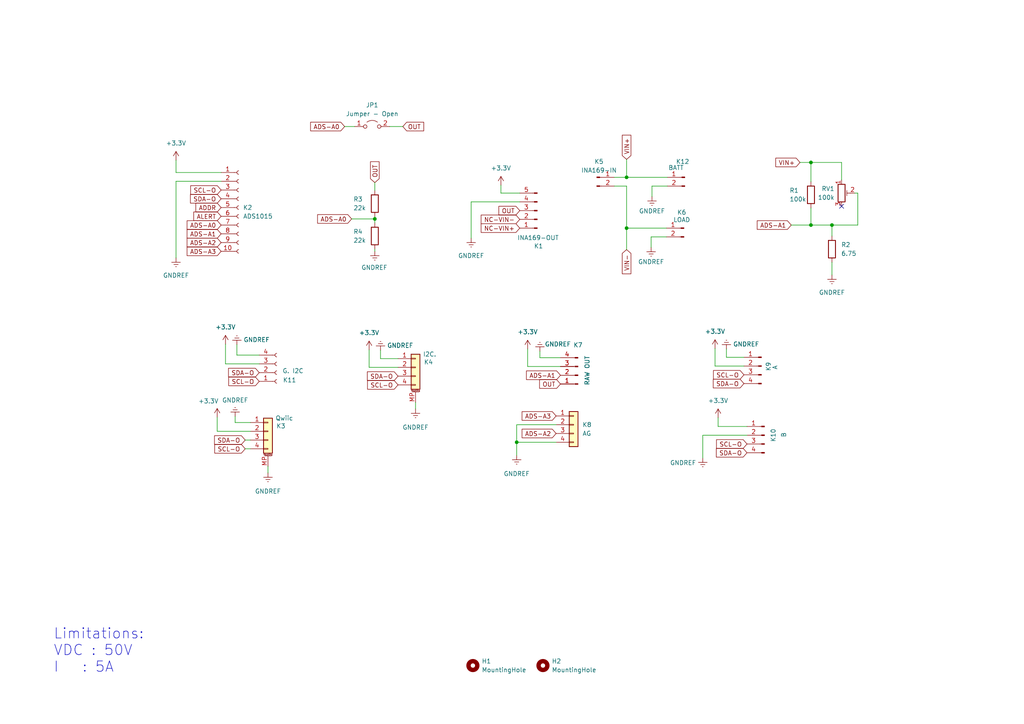
<source format=kicad_sch>
(kicad_sch
	(version 20231120)
	(generator "eeschema")
	(generator_version "8.0")
	(uuid "b271a580-ef79-4fc3-8dd4-75a00623b12e")
	(paper "A4")
	(title_block
		(title "AmpVolt V1.0")
		(date "2024-02-28")
		(rev "1.0")
		(company "Elektor ")
	)
	(lib_symbols
		(symbol "Connector:Conn_01x02_Pin"
			(pin_names
				(offset 1.016) hide)
			(exclude_from_sim no)
			(in_bom yes)
			(on_board yes)
			(property "Reference" "J"
				(at 0 2.54 0)
				(effects
					(font
						(size 1.27 1.27)
					)
				)
			)
			(property "Value" "Conn_01x02_Pin"
				(at 0 -5.08 0)
				(effects
					(font
						(size 1.27 1.27)
					)
				)
			)
			(property "Footprint" ""
				(at 0 0 0)
				(effects
					(font
						(size 1.27 1.27)
					)
					(hide yes)
				)
			)
			(property "Datasheet" "~"
				(at 0 0 0)
				(effects
					(font
						(size 1.27 1.27)
					)
					(hide yes)
				)
			)
			(property "Description" "Generic connector, single row, 01x02, script generated"
				(at 0 0 0)
				(effects
					(font
						(size 1.27 1.27)
					)
					(hide yes)
				)
			)
			(property "ki_locked" ""
				(at 0 0 0)
				(effects
					(font
						(size 1.27 1.27)
					)
				)
			)
			(property "ki_keywords" "connector"
				(at 0 0 0)
				(effects
					(font
						(size 1.27 1.27)
					)
					(hide yes)
				)
			)
			(property "ki_fp_filters" "Connector*:*_1x??_*"
				(at 0 0 0)
				(effects
					(font
						(size 1.27 1.27)
					)
					(hide yes)
				)
			)
			(symbol "Conn_01x02_Pin_1_1"
				(polyline
					(pts
						(xy 1.27 -2.54) (xy 0.8636 -2.54)
					)
					(stroke
						(width 0.1524)
						(type default)
					)
					(fill
						(type none)
					)
				)
				(polyline
					(pts
						(xy 1.27 0) (xy 0.8636 0)
					)
					(stroke
						(width 0.1524)
						(type default)
					)
					(fill
						(type none)
					)
				)
				(rectangle
					(start 0.8636 -2.413)
					(end 0 -2.667)
					(stroke
						(width 0.1524)
						(type default)
					)
					(fill
						(type outline)
					)
				)
				(rectangle
					(start 0.8636 0.127)
					(end 0 -0.127)
					(stroke
						(width 0.1524)
						(type default)
					)
					(fill
						(type outline)
					)
				)
				(pin passive line
					(at 5.08 0 180)
					(length 3.81)
					(name "Pin_1"
						(effects
							(font
								(size 1.27 1.27)
							)
						)
					)
					(number "1"
						(effects
							(font
								(size 1.27 1.27)
							)
						)
					)
				)
				(pin passive line
					(at 5.08 -2.54 180)
					(length 3.81)
					(name "Pin_2"
						(effects
							(font
								(size 1.27 1.27)
							)
						)
					)
					(number "2"
						(effects
							(font
								(size 1.27 1.27)
							)
						)
					)
				)
			)
		)
		(symbol "Connector:Conn_01x04_Pin"
			(pin_names
				(offset 1.016) hide)
			(exclude_from_sim no)
			(in_bom yes)
			(on_board yes)
			(property "Reference" "J"
				(at 0 5.08 0)
				(effects
					(font
						(size 1.27 1.27)
					)
				)
			)
			(property "Value" "Conn_01x04_Pin"
				(at 0 -7.62 0)
				(effects
					(font
						(size 1.27 1.27)
					)
				)
			)
			(property "Footprint" ""
				(at 0 0 0)
				(effects
					(font
						(size 1.27 1.27)
					)
					(hide yes)
				)
			)
			(property "Datasheet" "~"
				(at 0 0 0)
				(effects
					(font
						(size 1.27 1.27)
					)
					(hide yes)
				)
			)
			(property "Description" "Generic connector, single row, 01x04, script generated"
				(at 0 0 0)
				(effects
					(font
						(size 1.27 1.27)
					)
					(hide yes)
				)
			)
			(property "ki_locked" ""
				(at 0 0 0)
				(effects
					(font
						(size 1.27 1.27)
					)
				)
			)
			(property "ki_keywords" "connector"
				(at 0 0 0)
				(effects
					(font
						(size 1.27 1.27)
					)
					(hide yes)
				)
			)
			(property "ki_fp_filters" "Connector*:*_1x??_*"
				(at 0 0 0)
				(effects
					(font
						(size 1.27 1.27)
					)
					(hide yes)
				)
			)
			(symbol "Conn_01x04_Pin_1_1"
				(polyline
					(pts
						(xy 1.27 -5.08) (xy 0.8636 -5.08)
					)
					(stroke
						(width 0.1524)
						(type default)
					)
					(fill
						(type none)
					)
				)
				(polyline
					(pts
						(xy 1.27 -2.54) (xy 0.8636 -2.54)
					)
					(stroke
						(width 0.1524)
						(type default)
					)
					(fill
						(type none)
					)
				)
				(polyline
					(pts
						(xy 1.27 0) (xy 0.8636 0)
					)
					(stroke
						(width 0.1524)
						(type default)
					)
					(fill
						(type none)
					)
				)
				(polyline
					(pts
						(xy 1.27 2.54) (xy 0.8636 2.54)
					)
					(stroke
						(width 0.1524)
						(type default)
					)
					(fill
						(type none)
					)
				)
				(rectangle
					(start 0.8636 -4.953)
					(end 0 -5.207)
					(stroke
						(width 0.1524)
						(type default)
					)
					(fill
						(type outline)
					)
				)
				(rectangle
					(start 0.8636 -2.413)
					(end 0 -2.667)
					(stroke
						(width 0.1524)
						(type default)
					)
					(fill
						(type outline)
					)
				)
				(rectangle
					(start 0.8636 0.127)
					(end 0 -0.127)
					(stroke
						(width 0.1524)
						(type default)
					)
					(fill
						(type outline)
					)
				)
				(rectangle
					(start 0.8636 2.667)
					(end 0 2.413)
					(stroke
						(width 0.1524)
						(type default)
					)
					(fill
						(type outline)
					)
				)
				(pin passive line
					(at 5.08 2.54 180)
					(length 3.81)
					(name "Pin_1"
						(effects
							(font
								(size 1.27 1.27)
							)
						)
					)
					(number "1"
						(effects
							(font
								(size 1.27 1.27)
							)
						)
					)
				)
				(pin passive line
					(at 5.08 0 180)
					(length 3.81)
					(name "Pin_2"
						(effects
							(font
								(size 1.27 1.27)
							)
						)
					)
					(number "2"
						(effects
							(font
								(size 1.27 1.27)
							)
						)
					)
				)
				(pin passive line
					(at 5.08 -2.54 180)
					(length 3.81)
					(name "Pin_3"
						(effects
							(font
								(size 1.27 1.27)
							)
						)
					)
					(number "3"
						(effects
							(font
								(size 1.27 1.27)
							)
						)
					)
				)
				(pin passive line
					(at 5.08 -5.08 180)
					(length 3.81)
					(name "Pin_4"
						(effects
							(font
								(size 1.27 1.27)
							)
						)
					)
					(number "4"
						(effects
							(font
								(size 1.27 1.27)
							)
						)
					)
				)
			)
		)
		(symbol "Connector:Conn_01x04_Socket"
			(pin_names
				(offset 1.016) hide)
			(exclude_from_sim no)
			(in_bom yes)
			(on_board yes)
			(property "Reference" "J"
				(at 0 5.08 0)
				(effects
					(font
						(size 1.27 1.27)
					)
				)
			)
			(property "Value" "Conn_01x04_Socket"
				(at 0 -7.62 0)
				(effects
					(font
						(size 1.27 1.27)
					)
				)
			)
			(property "Footprint" ""
				(at 0 0 0)
				(effects
					(font
						(size 1.27 1.27)
					)
					(hide yes)
				)
			)
			(property "Datasheet" "~"
				(at 0 0 0)
				(effects
					(font
						(size 1.27 1.27)
					)
					(hide yes)
				)
			)
			(property "Description" "Generic connector, single row, 01x04, script generated"
				(at 0 0 0)
				(effects
					(font
						(size 1.27 1.27)
					)
					(hide yes)
				)
			)
			(property "ki_locked" ""
				(at 0 0 0)
				(effects
					(font
						(size 1.27 1.27)
					)
				)
			)
			(property "ki_keywords" "connector"
				(at 0 0 0)
				(effects
					(font
						(size 1.27 1.27)
					)
					(hide yes)
				)
			)
			(property "ki_fp_filters" "Connector*:*_1x??_*"
				(at 0 0 0)
				(effects
					(font
						(size 1.27 1.27)
					)
					(hide yes)
				)
			)
			(symbol "Conn_01x04_Socket_1_1"
				(arc
					(start 0 -4.572)
					(mid -0.5058 -5.08)
					(end 0 -5.588)
					(stroke
						(width 0.1524)
						(type default)
					)
					(fill
						(type none)
					)
				)
				(arc
					(start 0 -2.032)
					(mid -0.5058 -2.54)
					(end 0 -3.048)
					(stroke
						(width 0.1524)
						(type default)
					)
					(fill
						(type none)
					)
				)
				(polyline
					(pts
						(xy -1.27 -5.08) (xy -0.508 -5.08)
					)
					(stroke
						(width 0.1524)
						(type default)
					)
					(fill
						(type none)
					)
				)
				(polyline
					(pts
						(xy -1.27 -2.54) (xy -0.508 -2.54)
					)
					(stroke
						(width 0.1524)
						(type default)
					)
					(fill
						(type none)
					)
				)
				(polyline
					(pts
						(xy -1.27 0) (xy -0.508 0)
					)
					(stroke
						(width 0.1524)
						(type default)
					)
					(fill
						(type none)
					)
				)
				(polyline
					(pts
						(xy -1.27 2.54) (xy -0.508 2.54)
					)
					(stroke
						(width 0.1524)
						(type default)
					)
					(fill
						(type none)
					)
				)
				(arc
					(start 0 0.508)
					(mid -0.5058 0)
					(end 0 -0.508)
					(stroke
						(width 0.1524)
						(type default)
					)
					(fill
						(type none)
					)
				)
				(arc
					(start 0 3.048)
					(mid -0.5058 2.54)
					(end 0 2.032)
					(stroke
						(width 0.1524)
						(type default)
					)
					(fill
						(type none)
					)
				)
				(pin passive line
					(at -5.08 2.54 0)
					(length 3.81)
					(name "Pin_1"
						(effects
							(font
								(size 1.27 1.27)
							)
						)
					)
					(number "1"
						(effects
							(font
								(size 1.27 1.27)
							)
						)
					)
				)
				(pin passive line
					(at -5.08 0 0)
					(length 3.81)
					(name "Pin_2"
						(effects
							(font
								(size 1.27 1.27)
							)
						)
					)
					(number "2"
						(effects
							(font
								(size 1.27 1.27)
							)
						)
					)
				)
				(pin passive line
					(at -5.08 -2.54 0)
					(length 3.81)
					(name "Pin_3"
						(effects
							(font
								(size 1.27 1.27)
							)
						)
					)
					(number "3"
						(effects
							(font
								(size 1.27 1.27)
							)
						)
					)
				)
				(pin passive line
					(at -5.08 -5.08 0)
					(length 3.81)
					(name "Pin_4"
						(effects
							(font
								(size 1.27 1.27)
							)
						)
					)
					(number "4"
						(effects
							(font
								(size 1.27 1.27)
							)
						)
					)
				)
			)
		)
		(symbol "Connector:Conn_01x05_Pin"
			(pin_names
				(offset 1.016) hide)
			(exclude_from_sim no)
			(in_bom yes)
			(on_board yes)
			(property "Reference" "J"
				(at 0 7.62 0)
				(effects
					(font
						(size 1.27 1.27)
					)
				)
			)
			(property "Value" "Conn_01x05_Pin"
				(at 0 -7.62 0)
				(effects
					(font
						(size 1.27 1.27)
					)
				)
			)
			(property "Footprint" ""
				(at 0 0 0)
				(effects
					(font
						(size 1.27 1.27)
					)
					(hide yes)
				)
			)
			(property "Datasheet" "~"
				(at 0 0 0)
				(effects
					(font
						(size 1.27 1.27)
					)
					(hide yes)
				)
			)
			(property "Description" "Generic connector, single row, 01x05, script generated"
				(at 0 0 0)
				(effects
					(font
						(size 1.27 1.27)
					)
					(hide yes)
				)
			)
			(property "ki_locked" ""
				(at 0 0 0)
				(effects
					(font
						(size 1.27 1.27)
					)
				)
			)
			(property "ki_keywords" "connector"
				(at 0 0 0)
				(effects
					(font
						(size 1.27 1.27)
					)
					(hide yes)
				)
			)
			(property "ki_fp_filters" "Connector*:*_1x??_*"
				(at 0 0 0)
				(effects
					(font
						(size 1.27 1.27)
					)
					(hide yes)
				)
			)
			(symbol "Conn_01x05_Pin_1_1"
				(polyline
					(pts
						(xy 1.27 -5.08) (xy 0.8636 -5.08)
					)
					(stroke
						(width 0.1524)
						(type default)
					)
					(fill
						(type none)
					)
				)
				(polyline
					(pts
						(xy 1.27 -2.54) (xy 0.8636 -2.54)
					)
					(stroke
						(width 0.1524)
						(type default)
					)
					(fill
						(type none)
					)
				)
				(polyline
					(pts
						(xy 1.27 0) (xy 0.8636 0)
					)
					(stroke
						(width 0.1524)
						(type default)
					)
					(fill
						(type none)
					)
				)
				(polyline
					(pts
						(xy 1.27 2.54) (xy 0.8636 2.54)
					)
					(stroke
						(width 0.1524)
						(type default)
					)
					(fill
						(type none)
					)
				)
				(polyline
					(pts
						(xy 1.27 5.08) (xy 0.8636 5.08)
					)
					(stroke
						(width 0.1524)
						(type default)
					)
					(fill
						(type none)
					)
				)
				(rectangle
					(start 0.8636 -4.953)
					(end 0 -5.207)
					(stroke
						(width 0.1524)
						(type default)
					)
					(fill
						(type outline)
					)
				)
				(rectangle
					(start 0.8636 -2.413)
					(end 0 -2.667)
					(stroke
						(width 0.1524)
						(type default)
					)
					(fill
						(type outline)
					)
				)
				(rectangle
					(start 0.8636 0.127)
					(end 0 -0.127)
					(stroke
						(width 0.1524)
						(type default)
					)
					(fill
						(type outline)
					)
				)
				(rectangle
					(start 0.8636 2.667)
					(end 0 2.413)
					(stroke
						(width 0.1524)
						(type default)
					)
					(fill
						(type outline)
					)
				)
				(rectangle
					(start 0.8636 5.207)
					(end 0 4.953)
					(stroke
						(width 0.1524)
						(type default)
					)
					(fill
						(type outline)
					)
				)
				(pin passive line
					(at 5.08 5.08 180)
					(length 3.81)
					(name "Pin_1"
						(effects
							(font
								(size 1.27 1.27)
							)
						)
					)
					(number "1"
						(effects
							(font
								(size 1.27 1.27)
							)
						)
					)
				)
				(pin passive line
					(at 5.08 2.54 180)
					(length 3.81)
					(name "Pin_2"
						(effects
							(font
								(size 1.27 1.27)
							)
						)
					)
					(number "2"
						(effects
							(font
								(size 1.27 1.27)
							)
						)
					)
				)
				(pin passive line
					(at 5.08 0 180)
					(length 3.81)
					(name "Pin_3"
						(effects
							(font
								(size 1.27 1.27)
							)
						)
					)
					(number "3"
						(effects
							(font
								(size 1.27 1.27)
							)
						)
					)
				)
				(pin passive line
					(at 5.08 -2.54 180)
					(length 3.81)
					(name "Pin_4"
						(effects
							(font
								(size 1.27 1.27)
							)
						)
					)
					(number "4"
						(effects
							(font
								(size 1.27 1.27)
							)
						)
					)
				)
				(pin passive line
					(at 5.08 -5.08 180)
					(length 3.81)
					(name "Pin_5"
						(effects
							(font
								(size 1.27 1.27)
							)
						)
					)
					(number "5"
						(effects
							(font
								(size 1.27 1.27)
							)
						)
					)
				)
			)
		)
		(symbol "Connector:Conn_01x10_Socket"
			(pin_names
				(offset 1.016) hide)
			(exclude_from_sim no)
			(in_bom yes)
			(on_board yes)
			(property "Reference" "J"
				(at 0 12.7 0)
				(effects
					(font
						(size 1.27 1.27)
					)
				)
			)
			(property "Value" "Conn_01x10_Socket"
				(at 0 -15.24 0)
				(effects
					(font
						(size 1.27 1.27)
					)
				)
			)
			(property "Footprint" ""
				(at 0 0 0)
				(effects
					(font
						(size 1.27 1.27)
					)
					(hide yes)
				)
			)
			(property "Datasheet" "~"
				(at 0 0 0)
				(effects
					(font
						(size 1.27 1.27)
					)
					(hide yes)
				)
			)
			(property "Description" "Generic connector, single row, 01x10, script generated"
				(at 0 0 0)
				(effects
					(font
						(size 1.27 1.27)
					)
					(hide yes)
				)
			)
			(property "ki_locked" ""
				(at 0 0 0)
				(effects
					(font
						(size 1.27 1.27)
					)
				)
			)
			(property "ki_keywords" "connector"
				(at 0 0 0)
				(effects
					(font
						(size 1.27 1.27)
					)
					(hide yes)
				)
			)
			(property "ki_fp_filters" "Connector*:*_1x??_*"
				(at 0 0 0)
				(effects
					(font
						(size 1.27 1.27)
					)
					(hide yes)
				)
			)
			(symbol "Conn_01x10_Socket_1_1"
				(arc
					(start 0 -12.192)
					(mid -0.5058 -12.7)
					(end 0 -13.208)
					(stroke
						(width 0.1524)
						(type default)
					)
					(fill
						(type none)
					)
				)
				(arc
					(start 0 -9.652)
					(mid -0.5058 -10.16)
					(end 0 -10.668)
					(stroke
						(width 0.1524)
						(type default)
					)
					(fill
						(type none)
					)
				)
				(arc
					(start 0 -7.112)
					(mid -0.5058 -7.62)
					(end 0 -8.128)
					(stroke
						(width 0.1524)
						(type default)
					)
					(fill
						(type none)
					)
				)
				(arc
					(start 0 -4.572)
					(mid -0.5058 -5.08)
					(end 0 -5.588)
					(stroke
						(width 0.1524)
						(type default)
					)
					(fill
						(type none)
					)
				)
				(arc
					(start 0 -2.032)
					(mid -0.5058 -2.54)
					(end 0 -3.048)
					(stroke
						(width 0.1524)
						(type default)
					)
					(fill
						(type none)
					)
				)
				(polyline
					(pts
						(xy -1.27 -12.7) (xy -0.508 -12.7)
					)
					(stroke
						(width 0.1524)
						(type default)
					)
					(fill
						(type none)
					)
				)
				(polyline
					(pts
						(xy -1.27 -10.16) (xy -0.508 -10.16)
					)
					(stroke
						(width 0.1524)
						(type default)
					)
					(fill
						(type none)
					)
				)
				(polyline
					(pts
						(xy -1.27 -7.62) (xy -0.508 -7.62)
					)
					(stroke
						(width 0.1524)
						(type default)
					)
					(fill
						(type none)
					)
				)
				(polyline
					(pts
						(xy -1.27 -5.08) (xy -0.508 -5.08)
					)
					(stroke
						(width 0.1524)
						(type default)
					)
					(fill
						(type none)
					)
				)
				(polyline
					(pts
						(xy -1.27 -2.54) (xy -0.508 -2.54)
					)
					(stroke
						(width 0.1524)
						(type default)
					)
					(fill
						(type none)
					)
				)
				(polyline
					(pts
						(xy -1.27 0) (xy -0.508 0)
					)
					(stroke
						(width 0.1524)
						(type default)
					)
					(fill
						(type none)
					)
				)
				(polyline
					(pts
						(xy -1.27 2.54) (xy -0.508 2.54)
					)
					(stroke
						(width 0.1524)
						(type default)
					)
					(fill
						(type none)
					)
				)
				(polyline
					(pts
						(xy -1.27 5.08) (xy -0.508 5.08)
					)
					(stroke
						(width 0.1524)
						(type default)
					)
					(fill
						(type none)
					)
				)
				(polyline
					(pts
						(xy -1.27 7.62) (xy -0.508 7.62)
					)
					(stroke
						(width 0.1524)
						(type default)
					)
					(fill
						(type none)
					)
				)
				(polyline
					(pts
						(xy -1.27 10.16) (xy -0.508 10.16)
					)
					(stroke
						(width 0.1524)
						(type default)
					)
					(fill
						(type none)
					)
				)
				(arc
					(start 0 0.508)
					(mid -0.5058 0)
					(end 0 -0.508)
					(stroke
						(width 0.1524)
						(type default)
					)
					(fill
						(type none)
					)
				)
				(arc
					(start 0 3.048)
					(mid -0.5058 2.54)
					(end 0 2.032)
					(stroke
						(width 0.1524)
						(type default)
					)
					(fill
						(type none)
					)
				)
				(arc
					(start 0 5.588)
					(mid -0.5058 5.08)
					(end 0 4.572)
					(stroke
						(width 0.1524)
						(type default)
					)
					(fill
						(type none)
					)
				)
				(arc
					(start 0 8.128)
					(mid -0.5058 7.62)
					(end 0 7.112)
					(stroke
						(width 0.1524)
						(type default)
					)
					(fill
						(type none)
					)
				)
				(arc
					(start 0 10.668)
					(mid -0.5058 10.16)
					(end 0 9.652)
					(stroke
						(width 0.1524)
						(type default)
					)
					(fill
						(type none)
					)
				)
				(pin passive line
					(at -5.08 10.16 0)
					(length 3.81)
					(name "Pin_1"
						(effects
							(font
								(size 1.27 1.27)
							)
						)
					)
					(number "1"
						(effects
							(font
								(size 1.27 1.27)
							)
						)
					)
				)
				(pin passive line
					(at -5.08 -12.7 0)
					(length 3.81)
					(name "Pin_10"
						(effects
							(font
								(size 1.27 1.27)
							)
						)
					)
					(number "10"
						(effects
							(font
								(size 1.27 1.27)
							)
						)
					)
				)
				(pin passive line
					(at -5.08 7.62 0)
					(length 3.81)
					(name "Pin_2"
						(effects
							(font
								(size 1.27 1.27)
							)
						)
					)
					(number "2"
						(effects
							(font
								(size 1.27 1.27)
							)
						)
					)
				)
				(pin passive line
					(at -5.08 5.08 0)
					(length 3.81)
					(name "Pin_3"
						(effects
							(font
								(size 1.27 1.27)
							)
						)
					)
					(number "3"
						(effects
							(font
								(size 1.27 1.27)
							)
						)
					)
				)
				(pin passive line
					(at -5.08 2.54 0)
					(length 3.81)
					(name "Pin_4"
						(effects
							(font
								(size 1.27 1.27)
							)
						)
					)
					(number "4"
						(effects
							(font
								(size 1.27 1.27)
							)
						)
					)
				)
				(pin passive line
					(at -5.08 0 0)
					(length 3.81)
					(name "Pin_5"
						(effects
							(font
								(size 1.27 1.27)
							)
						)
					)
					(number "5"
						(effects
							(font
								(size 1.27 1.27)
							)
						)
					)
				)
				(pin passive line
					(at -5.08 -2.54 0)
					(length 3.81)
					(name "Pin_6"
						(effects
							(font
								(size 1.27 1.27)
							)
						)
					)
					(number "6"
						(effects
							(font
								(size 1.27 1.27)
							)
						)
					)
				)
				(pin passive line
					(at -5.08 -5.08 0)
					(length 3.81)
					(name "Pin_7"
						(effects
							(font
								(size 1.27 1.27)
							)
						)
					)
					(number "7"
						(effects
							(font
								(size 1.27 1.27)
							)
						)
					)
				)
				(pin passive line
					(at -5.08 -7.62 0)
					(length 3.81)
					(name "Pin_8"
						(effects
							(font
								(size 1.27 1.27)
							)
						)
					)
					(number "8"
						(effects
							(font
								(size 1.27 1.27)
							)
						)
					)
				)
				(pin passive line
					(at -5.08 -10.16 0)
					(length 3.81)
					(name "Pin_9"
						(effects
							(font
								(size 1.27 1.27)
							)
						)
					)
					(number "9"
						(effects
							(font
								(size 1.27 1.27)
							)
						)
					)
				)
			)
		)
		(symbol "Connector_Generic:Conn_01x04"
			(pin_names
				(offset 1.016) hide)
			(exclude_from_sim no)
			(in_bom yes)
			(on_board yes)
			(property "Reference" "J"
				(at 0 5.08 0)
				(effects
					(font
						(size 1.27 1.27)
					)
				)
			)
			(property "Value" "Conn_01x04"
				(at 0 -7.62 0)
				(effects
					(font
						(size 1.27 1.27)
					)
				)
			)
			(property "Footprint" ""
				(at 0 0 0)
				(effects
					(font
						(size 1.27 1.27)
					)
					(hide yes)
				)
			)
			(property "Datasheet" "~"
				(at 0 0 0)
				(effects
					(font
						(size 1.27 1.27)
					)
					(hide yes)
				)
			)
			(property "Description" "Generic connector, single row, 01x04, script generated (kicad-library-utils/schlib/autogen/connector/)"
				(at 0 0 0)
				(effects
					(font
						(size 1.27 1.27)
					)
					(hide yes)
				)
			)
			(property "ki_keywords" "connector"
				(at 0 0 0)
				(effects
					(font
						(size 1.27 1.27)
					)
					(hide yes)
				)
			)
			(property "ki_fp_filters" "Connector*:*_1x??_*"
				(at 0 0 0)
				(effects
					(font
						(size 1.27 1.27)
					)
					(hide yes)
				)
			)
			(symbol "Conn_01x04_1_1"
				(rectangle
					(start -1.27 -4.953)
					(end 0 -5.207)
					(stroke
						(width 0.1524)
						(type default)
					)
					(fill
						(type none)
					)
				)
				(rectangle
					(start -1.27 -2.413)
					(end 0 -2.667)
					(stroke
						(width 0.1524)
						(type default)
					)
					(fill
						(type none)
					)
				)
				(rectangle
					(start -1.27 0.127)
					(end 0 -0.127)
					(stroke
						(width 0.1524)
						(type default)
					)
					(fill
						(type none)
					)
				)
				(rectangle
					(start -1.27 2.667)
					(end 0 2.413)
					(stroke
						(width 0.1524)
						(type default)
					)
					(fill
						(type none)
					)
				)
				(rectangle
					(start -1.27 3.81)
					(end 1.27 -6.35)
					(stroke
						(width 0.254)
						(type default)
					)
					(fill
						(type background)
					)
				)
				(pin passive line
					(at -5.08 2.54 0)
					(length 3.81)
					(name "Pin_1"
						(effects
							(font
								(size 1.27 1.27)
							)
						)
					)
					(number "1"
						(effects
							(font
								(size 1.27 1.27)
							)
						)
					)
				)
				(pin passive line
					(at -5.08 0 0)
					(length 3.81)
					(name "Pin_2"
						(effects
							(font
								(size 1.27 1.27)
							)
						)
					)
					(number "2"
						(effects
							(font
								(size 1.27 1.27)
							)
						)
					)
				)
				(pin passive line
					(at -5.08 -2.54 0)
					(length 3.81)
					(name "Pin_3"
						(effects
							(font
								(size 1.27 1.27)
							)
						)
					)
					(number "3"
						(effects
							(font
								(size 1.27 1.27)
							)
						)
					)
				)
				(pin passive line
					(at -5.08 -5.08 0)
					(length 3.81)
					(name "Pin_4"
						(effects
							(font
								(size 1.27 1.27)
							)
						)
					)
					(number "4"
						(effects
							(font
								(size 1.27 1.27)
							)
						)
					)
				)
			)
		)
		(symbol "Connector_Generic_MountingPin:Conn_01x04_MountingPin"
			(pin_names
				(offset 1.016) hide)
			(exclude_from_sim no)
			(in_bom yes)
			(on_board yes)
			(property "Reference" "J"
				(at 0 5.08 0)
				(effects
					(font
						(size 1.27 1.27)
					)
				)
			)
			(property "Value" "Conn_01x04_MountingPin"
				(at 1.27 -7.62 0)
				(effects
					(font
						(size 1.27 1.27)
					)
					(justify left)
				)
			)
			(property "Footprint" ""
				(at 0 0 0)
				(effects
					(font
						(size 1.27 1.27)
					)
					(hide yes)
				)
			)
			(property "Datasheet" "~"
				(at 0 0 0)
				(effects
					(font
						(size 1.27 1.27)
					)
					(hide yes)
				)
			)
			(property "Description" "Generic connectable mounting pin connector, single row, 01x04, script generated (kicad-library-utils/schlib/autogen/connector/)"
				(at 0 0 0)
				(effects
					(font
						(size 1.27 1.27)
					)
					(hide yes)
				)
			)
			(property "ki_keywords" "connector"
				(at 0 0 0)
				(effects
					(font
						(size 1.27 1.27)
					)
					(hide yes)
				)
			)
			(property "ki_fp_filters" "Connector*:*_1x??-1MP*"
				(at 0 0 0)
				(effects
					(font
						(size 1.27 1.27)
					)
					(hide yes)
				)
			)
			(symbol "Conn_01x04_MountingPin_1_1"
				(rectangle
					(start -1.27 -4.953)
					(end 0 -5.207)
					(stroke
						(width 0.1524)
						(type default)
					)
					(fill
						(type none)
					)
				)
				(rectangle
					(start -1.27 -2.413)
					(end 0 -2.667)
					(stroke
						(width 0.1524)
						(type default)
					)
					(fill
						(type none)
					)
				)
				(rectangle
					(start -1.27 0.127)
					(end 0 -0.127)
					(stroke
						(width 0.1524)
						(type default)
					)
					(fill
						(type none)
					)
				)
				(rectangle
					(start -1.27 2.667)
					(end 0 2.413)
					(stroke
						(width 0.1524)
						(type default)
					)
					(fill
						(type none)
					)
				)
				(rectangle
					(start -1.27 3.81)
					(end 1.27 -6.35)
					(stroke
						(width 0.254)
						(type default)
					)
					(fill
						(type background)
					)
				)
				(polyline
					(pts
						(xy -1.016 -7.112) (xy 1.016 -7.112)
					)
					(stroke
						(width 0.1524)
						(type default)
					)
					(fill
						(type none)
					)
				)
				(text "Mounting"
					(at 0 -6.731 0)
					(effects
						(font
							(size 0.381 0.381)
						)
					)
				)
				(pin passive line
					(at -5.08 2.54 0)
					(length 3.81)
					(name "Pin_1"
						(effects
							(font
								(size 1.27 1.27)
							)
						)
					)
					(number "1"
						(effects
							(font
								(size 1.27 1.27)
							)
						)
					)
				)
				(pin passive line
					(at -5.08 0 0)
					(length 3.81)
					(name "Pin_2"
						(effects
							(font
								(size 1.27 1.27)
							)
						)
					)
					(number "2"
						(effects
							(font
								(size 1.27 1.27)
							)
						)
					)
				)
				(pin passive line
					(at -5.08 -2.54 0)
					(length 3.81)
					(name "Pin_3"
						(effects
							(font
								(size 1.27 1.27)
							)
						)
					)
					(number "3"
						(effects
							(font
								(size 1.27 1.27)
							)
						)
					)
				)
				(pin passive line
					(at -5.08 -5.08 0)
					(length 3.81)
					(name "Pin_4"
						(effects
							(font
								(size 1.27 1.27)
							)
						)
					)
					(number "4"
						(effects
							(font
								(size 1.27 1.27)
							)
						)
					)
				)
				(pin passive line
					(at 0 -10.16 90)
					(length 3.048)
					(name "MountPin"
						(effects
							(font
								(size 1.27 1.27)
							)
						)
					)
					(number "MP"
						(effects
							(font
								(size 1.27 1.27)
							)
						)
					)
				)
			)
		)
		(symbol "Device:R"
			(pin_numbers hide)
			(pin_names
				(offset 0)
			)
			(exclude_from_sim no)
			(in_bom yes)
			(on_board yes)
			(property "Reference" "R"
				(at 2.032 0 90)
				(effects
					(font
						(size 1.27 1.27)
					)
				)
			)
			(property "Value" "R"
				(at 0 0 90)
				(effects
					(font
						(size 1.27 1.27)
					)
				)
			)
			(property "Footprint" ""
				(at -1.778 0 90)
				(effects
					(font
						(size 1.27 1.27)
					)
					(hide yes)
				)
			)
			(property "Datasheet" "~"
				(at 0 0 0)
				(effects
					(font
						(size 1.27 1.27)
					)
					(hide yes)
				)
			)
			(property "Description" "Resistor"
				(at 0 0 0)
				(effects
					(font
						(size 1.27 1.27)
					)
					(hide yes)
				)
			)
			(property "ki_keywords" "R res resistor"
				(at 0 0 0)
				(effects
					(font
						(size 1.27 1.27)
					)
					(hide yes)
				)
			)
			(property "ki_fp_filters" "R_*"
				(at 0 0 0)
				(effects
					(font
						(size 1.27 1.27)
					)
					(hide yes)
				)
			)
			(symbol "R_0_1"
				(rectangle
					(start -1.016 -2.54)
					(end 1.016 2.54)
					(stroke
						(width 0.254)
						(type default)
					)
					(fill
						(type none)
					)
				)
			)
			(symbol "R_1_1"
				(pin passive line
					(at 0 3.81 270)
					(length 1.27)
					(name "~"
						(effects
							(font
								(size 1.27 1.27)
							)
						)
					)
					(number "1"
						(effects
							(font
								(size 1.27 1.27)
							)
						)
					)
				)
				(pin passive line
					(at 0 -3.81 90)
					(length 1.27)
					(name "~"
						(effects
							(font
								(size 1.27 1.27)
							)
						)
					)
					(number "2"
						(effects
							(font
								(size 1.27 1.27)
							)
						)
					)
				)
			)
		)
		(symbol "Device:R_Potentiometer_Trim"
			(pin_names
				(offset 1.016) hide)
			(exclude_from_sim no)
			(in_bom yes)
			(on_board yes)
			(property "Reference" "RV"
				(at -4.445 0 90)
				(effects
					(font
						(size 1.27 1.27)
					)
				)
			)
			(property "Value" "R_Potentiometer_Trim"
				(at -2.54 0 90)
				(effects
					(font
						(size 1.27 1.27)
					)
				)
			)
			(property "Footprint" ""
				(at 0 0 0)
				(effects
					(font
						(size 1.27 1.27)
					)
					(hide yes)
				)
			)
			(property "Datasheet" "~"
				(at 0 0 0)
				(effects
					(font
						(size 1.27 1.27)
					)
					(hide yes)
				)
			)
			(property "Description" "Trim-potentiometer"
				(at 0 0 0)
				(effects
					(font
						(size 1.27 1.27)
					)
					(hide yes)
				)
			)
			(property "ki_keywords" "resistor variable trimpot trimmer"
				(at 0 0 0)
				(effects
					(font
						(size 1.27 1.27)
					)
					(hide yes)
				)
			)
			(property "ki_fp_filters" "Potentiometer*"
				(at 0 0 0)
				(effects
					(font
						(size 1.27 1.27)
					)
					(hide yes)
				)
			)
			(symbol "R_Potentiometer_Trim_0_1"
				(polyline
					(pts
						(xy 1.524 0.762) (xy 1.524 -0.762)
					)
					(stroke
						(width 0)
						(type default)
					)
					(fill
						(type none)
					)
				)
				(polyline
					(pts
						(xy 2.54 0) (xy 1.524 0)
					)
					(stroke
						(width 0)
						(type default)
					)
					(fill
						(type none)
					)
				)
				(rectangle
					(start 1.016 2.54)
					(end -1.016 -2.54)
					(stroke
						(width 0.254)
						(type default)
					)
					(fill
						(type none)
					)
				)
			)
			(symbol "R_Potentiometer_Trim_1_1"
				(pin passive line
					(at 0 3.81 270)
					(length 1.27)
					(name "1"
						(effects
							(font
								(size 1.27 1.27)
							)
						)
					)
					(number "1"
						(effects
							(font
								(size 1.27 1.27)
							)
						)
					)
				)
				(pin passive line
					(at 3.81 0 180)
					(length 1.27)
					(name "2"
						(effects
							(font
								(size 1.27 1.27)
							)
						)
					)
					(number "2"
						(effects
							(font
								(size 1.27 1.27)
							)
						)
					)
				)
				(pin passive line
					(at 0 -3.81 90)
					(length 1.27)
					(name "3"
						(effects
							(font
								(size 1.27 1.27)
							)
						)
					)
					(number "3"
						(effects
							(font
								(size 1.27 1.27)
							)
						)
					)
				)
			)
		)
		(symbol "Jumper:Jumper_2_Open"
			(pin_names
				(offset 0) hide)
			(exclude_from_sim no)
			(in_bom yes)
			(on_board yes)
			(property "Reference" "JP"
				(at 0 2.794 0)
				(effects
					(font
						(size 1.27 1.27)
					)
				)
			)
			(property "Value" "Jumper_2_Open"
				(at 0 -2.286 0)
				(effects
					(font
						(size 1.27 1.27)
					)
				)
			)
			(property "Footprint" ""
				(at 0 0 0)
				(effects
					(font
						(size 1.27 1.27)
					)
					(hide yes)
				)
			)
			(property "Datasheet" "~"
				(at 0 0 0)
				(effects
					(font
						(size 1.27 1.27)
					)
					(hide yes)
				)
			)
			(property "Description" "Jumper, 2-pole, open"
				(at 0 0 0)
				(effects
					(font
						(size 1.27 1.27)
					)
					(hide yes)
				)
			)
			(property "ki_keywords" "Jumper SPST"
				(at 0 0 0)
				(effects
					(font
						(size 1.27 1.27)
					)
					(hide yes)
				)
			)
			(property "ki_fp_filters" "Jumper* TestPoint*2Pads* TestPoint*Bridge*"
				(at 0 0 0)
				(effects
					(font
						(size 1.27 1.27)
					)
					(hide yes)
				)
			)
			(symbol "Jumper_2_Open_0_0"
				(circle
					(center -2.032 0)
					(radius 0.508)
					(stroke
						(width 0)
						(type default)
					)
					(fill
						(type none)
					)
				)
				(circle
					(center 2.032 0)
					(radius 0.508)
					(stroke
						(width 0)
						(type default)
					)
					(fill
						(type none)
					)
				)
			)
			(symbol "Jumper_2_Open_0_1"
				(arc
					(start 1.524 1.27)
					(mid 0 1.778)
					(end -1.524 1.27)
					(stroke
						(width 0)
						(type default)
					)
					(fill
						(type none)
					)
				)
			)
			(symbol "Jumper_2_Open_1_1"
				(pin passive line
					(at -5.08 0 0)
					(length 2.54)
					(name "A"
						(effects
							(font
								(size 1.27 1.27)
							)
						)
					)
					(number "1"
						(effects
							(font
								(size 1.27 1.27)
							)
						)
					)
				)
				(pin passive line
					(at 5.08 0 180)
					(length 2.54)
					(name "B"
						(effects
							(font
								(size 1.27 1.27)
							)
						)
					)
					(number "2"
						(effects
							(font
								(size 1.27 1.27)
							)
						)
					)
				)
			)
		)
		(symbol "Mechanical:MountingHole"
			(pin_names
				(offset 1.016)
			)
			(exclude_from_sim no)
			(in_bom yes)
			(on_board yes)
			(property "Reference" "H"
				(at 0 5.08 0)
				(effects
					(font
						(size 1.27 1.27)
					)
				)
			)
			(property "Value" "MountingHole"
				(at 0 3.175 0)
				(effects
					(font
						(size 1.27 1.27)
					)
				)
			)
			(property "Footprint" ""
				(at 0 0 0)
				(effects
					(font
						(size 1.27 1.27)
					)
					(hide yes)
				)
			)
			(property "Datasheet" "~"
				(at 0 0 0)
				(effects
					(font
						(size 1.27 1.27)
					)
					(hide yes)
				)
			)
			(property "Description" "Mounting Hole without connection"
				(at 0 0 0)
				(effects
					(font
						(size 1.27 1.27)
					)
					(hide yes)
				)
			)
			(property "ki_keywords" "mounting hole"
				(at 0 0 0)
				(effects
					(font
						(size 1.27 1.27)
					)
					(hide yes)
				)
			)
			(property "ki_fp_filters" "MountingHole*"
				(at 0 0 0)
				(effects
					(font
						(size 1.27 1.27)
					)
					(hide yes)
				)
			)
			(symbol "MountingHole_0_1"
				(circle
					(center 0 0)
					(radius 1.27)
					(stroke
						(width 1.27)
						(type default)
					)
					(fill
						(type none)
					)
				)
			)
		)
		(symbol "power:+3.3V"
			(power)
			(pin_names
				(offset 0)
			)
			(exclude_from_sim no)
			(in_bom yes)
			(on_board yes)
			(property "Reference" "#PWR"
				(at 0 -3.81 0)
				(effects
					(font
						(size 1.27 1.27)
					)
					(hide yes)
				)
			)
			(property "Value" "+3.3V"
				(at 0 3.556 0)
				(effects
					(font
						(size 1.27 1.27)
					)
				)
			)
			(property "Footprint" ""
				(at 0 0 0)
				(effects
					(font
						(size 1.27 1.27)
					)
					(hide yes)
				)
			)
			(property "Datasheet" ""
				(at 0 0 0)
				(effects
					(font
						(size 1.27 1.27)
					)
					(hide yes)
				)
			)
			(property "Description" "Power symbol creates a global label with name \"+3.3V\""
				(at 0 0 0)
				(effects
					(font
						(size 1.27 1.27)
					)
					(hide yes)
				)
			)
			(property "ki_keywords" "global power"
				(at 0 0 0)
				(effects
					(font
						(size 1.27 1.27)
					)
					(hide yes)
				)
			)
			(symbol "+3.3V_0_1"
				(polyline
					(pts
						(xy -0.762 1.27) (xy 0 2.54)
					)
					(stroke
						(width 0)
						(type default)
					)
					(fill
						(type none)
					)
				)
				(polyline
					(pts
						(xy 0 0) (xy 0 2.54)
					)
					(stroke
						(width 0)
						(type default)
					)
					(fill
						(type none)
					)
				)
				(polyline
					(pts
						(xy 0 2.54) (xy 0.762 1.27)
					)
					(stroke
						(width 0)
						(type default)
					)
					(fill
						(type none)
					)
				)
			)
			(symbol "+3.3V_1_1"
				(pin power_in line
					(at 0 0 90)
					(length 0) hide
					(name "+3.3V"
						(effects
							(font
								(size 1.27 1.27)
							)
						)
					)
					(number "1"
						(effects
							(font
								(size 1.27 1.27)
							)
						)
					)
				)
			)
		)
		(symbol "power:GNDREF"
			(power)
			(pin_names
				(offset 0)
			)
			(exclude_from_sim no)
			(in_bom yes)
			(on_board yes)
			(property "Reference" "#PWR"
				(at 0 -6.35 0)
				(effects
					(font
						(size 1.27 1.27)
					)
					(hide yes)
				)
			)
			(property "Value" "GNDREF"
				(at 0 -3.81 0)
				(effects
					(font
						(size 1.27 1.27)
					)
				)
			)
			(property "Footprint" ""
				(at 0 0 0)
				(effects
					(font
						(size 1.27 1.27)
					)
					(hide yes)
				)
			)
			(property "Datasheet" ""
				(at 0 0 0)
				(effects
					(font
						(size 1.27 1.27)
					)
					(hide yes)
				)
			)
			(property "Description" "Power symbol creates a global label with name \"GNDREF\" , reference supply ground"
				(at 0 0 0)
				(effects
					(font
						(size 1.27 1.27)
					)
					(hide yes)
				)
			)
			(property "ki_keywords" "global power"
				(at 0 0 0)
				(effects
					(font
						(size 1.27 1.27)
					)
					(hide yes)
				)
			)
			(symbol "GNDREF_0_1"
				(polyline
					(pts
						(xy -0.635 -1.905) (xy 0.635 -1.905)
					)
					(stroke
						(width 0)
						(type default)
					)
					(fill
						(type none)
					)
				)
				(polyline
					(pts
						(xy -0.127 -2.54) (xy 0.127 -2.54)
					)
					(stroke
						(width 0)
						(type default)
					)
					(fill
						(type none)
					)
				)
				(polyline
					(pts
						(xy 0 -1.27) (xy 0 0)
					)
					(stroke
						(width 0)
						(type default)
					)
					(fill
						(type none)
					)
				)
				(polyline
					(pts
						(xy 1.27 -1.27) (xy -1.27 -1.27)
					)
					(stroke
						(width 0)
						(type default)
					)
					(fill
						(type none)
					)
				)
			)
			(symbol "GNDREF_1_1"
				(pin power_in line
					(at 0 0 270)
					(length 0) hide
					(name "GNDREF"
						(effects
							(font
								(size 1.27 1.27)
							)
						)
					)
					(number "1"
						(effects
							(font
								(size 1.27 1.27)
							)
						)
					)
				)
			)
		)
	)
	(junction
		(at 235.204 65.278)
		(diameter 0)
		(color 0 0 0 0)
		(uuid "32c4e7da-b4f3-429d-86f7-0b211be269e8")
	)
	(junction
		(at 149.86 128.27)
		(diameter 0)
		(color 0 0 0 0)
		(uuid "3ffe8e5c-ad42-45d3-9e35-5297bfc113cb")
	)
	(junction
		(at 181.737 51.435)
		(diameter 0)
		(color 0 0 0 0)
		(uuid "56da86b7-797c-4b70-bd4d-881e80d37a1c")
	)
	(junction
		(at 235.204 47.117)
		(diameter 0)
		(color 0 0 0 0)
		(uuid "a10cd6e7-a56c-422a-8f93-5bd08847700f")
	)
	(junction
		(at 181.737 66.167)
		(diameter 0)
		(color 0 0 0 0)
		(uuid "a4c69aff-97dd-4300-8d27-fac7570a26a5")
	)
	(junction
		(at 108.712 63.5)
		(diameter 0)
		(color 0 0 0 0)
		(uuid "c91abae8-07e9-46d2-8953-ec98c4d6342e")
	)
	(junction
		(at 241.3 65.278)
		(diameter 0)
		(color 0 0 0 0)
		(uuid "f769cfe9-98d4-4008-b3fb-cf0712cdad6b")
	)
	(no_connect
		(at 244.094 59.817)
		(uuid "b0e61ea4-a765-40d1-acc0-0c6c085d1fbf")
	)
	(wire
		(pts
			(xy 235.204 47.117) (xy 244.094 47.117)
		)
		(stroke
			(width 0)
			(type default)
		)
		(uuid "017e9343-3283-4df9-8bf9-d6b68ca87012")
	)
	(wire
		(pts
			(xy 68.707 102.997) (xy 75.184 102.997)
		)
		(stroke
			(width 0)
			(type default)
		)
		(uuid "06afc43a-d9a7-4b7d-9d55-4cb58a2c0304")
	)
	(wire
		(pts
			(xy 156.591 101.854) (xy 156.591 103.759)
		)
		(stroke
			(width 0)
			(type default)
		)
		(uuid "07f96be8-59c1-47d9-b8bc-023d6ebaaeec")
	)
	(wire
		(pts
			(xy 68.707 99.949) (xy 68.707 102.997)
		)
		(stroke
			(width 0)
			(type default)
		)
		(uuid "0dbac4a4-84fb-4d7e-aee6-9cbadba52e49")
	)
	(wire
		(pts
			(xy 189.103 57.023) (xy 189.103 53.975)
		)
		(stroke
			(width 0)
			(type default)
		)
		(uuid "112cf1e7-f4a9-4a23-88c0-460d95994565")
	)
	(wire
		(pts
			(xy 77.724 137.16) (xy 77.724 135.255)
		)
		(stroke
			(width 0)
			(type default)
		)
		(uuid "12b47d4f-ce5c-4460-a48e-08c3172cfc74")
	)
	(wire
		(pts
			(xy 62.992 121.031) (xy 62.992 125.095)
		)
		(stroke
			(width 0)
			(type default)
		)
		(uuid "157cda04-167a-4f73-b407-938b0be28b26")
	)
	(wire
		(pts
			(xy 189.103 53.975) (xy 193.548 53.975)
		)
		(stroke
			(width 0)
			(type default)
		)
		(uuid "15dd24de-ba0b-47e3-ab10-0a54a2273a56")
	)
	(wire
		(pts
			(xy 108.712 62.865) (xy 108.712 63.5)
		)
		(stroke
			(width 0)
			(type default)
		)
		(uuid "19dfe2ee-647e-4e13-898e-45624e3b09ab")
	)
	(wire
		(pts
			(xy 248.793 65.278) (xy 241.3 65.278)
		)
		(stroke
			(width 0)
			(type default)
		)
		(uuid "1c833c9d-3578-49fd-b713-ddce64f3c176")
	)
	(wire
		(pts
			(xy 232.029 47.117) (xy 235.204 47.117)
		)
		(stroke
			(width 0)
			(type default)
		)
		(uuid "2c564d07-021a-488c-b96a-b38c81cb044e")
	)
	(wire
		(pts
			(xy 65.405 99.822) (xy 65.405 105.537)
		)
		(stroke
			(width 0)
			(type default)
		)
		(uuid "30b84d86-3a22-44d5-829c-d6c04acee1cd")
	)
	(wire
		(pts
			(xy 145.288 53.721) (xy 145.288 56.007)
		)
		(stroke
			(width 0)
			(type default)
		)
		(uuid "37d4487f-af3c-47b7-850c-c36eb139254d")
	)
	(wire
		(pts
			(xy 113.03 36.703) (xy 116.84 36.703)
		)
		(stroke
			(width 0)
			(type default)
		)
		(uuid "4331df31-7740-4cd5-a194-172fa4a2b164")
	)
	(wire
		(pts
			(xy 68.199 120.777) (xy 68.199 122.555)
		)
		(stroke
			(width 0)
			(type default)
		)
		(uuid "4919004b-866a-4aa1-97e4-47bc841a1b4f")
	)
	(wire
		(pts
			(xy 178.181 51.435) (xy 181.737 51.435)
		)
		(stroke
			(width 0)
			(type default)
		)
		(uuid "4ce99b4e-ea04-4666-b493-fb492b19d608")
	)
	(wire
		(pts
			(xy 120.523 116.713) (xy 120.523 118.618)
		)
		(stroke
			(width 0)
			(type default)
		)
		(uuid "4dccf133-e59a-488f-aafd-d63bfff5a7f2")
	)
	(wire
		(pts
			(xy 149.86 132.08) (xy 149.86 128.27)
		)
		(stroke
			(width 0)
			(type default)
		)
		(uuid "4e0d281b-193e-4168-b7ea-0625df7d43c3")
	)
	(wire
		(pts
			(xy 207.391 106.172) (xy 215.773 106.172)
		)
		(stroke
			(width 0)
			(type default)
		)
		(uuid "50b9f9f5-59f5-4d82-8a8f-0eccd08c2c3f")
	)
	(wire
		(pts
			(xy 181.737 51.435) (xy 193.548 51.435)
		)
		(stroke
			(width 0)
			(type default)
		)
		(uuid "50fe4a8a-54be-4e93-8ad6-3fe4f3defa89")
	)
	(wire
		(pts
			(xy 145.288 56.007) (xy 150.749 56.007)
		)
		(stroke
			(width 0)
			(type default)
		)
		(uuid "51a81046-3cf6-420e-9a3d-0b3c2760771b")
	)
	(wire
		(pts
			(xy 62.992 125.095) (xy 72.644 125.095)
		)
		(stroke
			(width 0)
			(type default)
		)
		(uuid "55bdc29c-8d45-455b-98ef-f4fadd6e35e5")
	)
	(wire
		(pts
			(xy 161.29 123.19) (xy 149.86 123.19)
		)
		(stroke
			(width 0)
			(type default)
		)
		(uuid "56b880cb-d9e0-4b26-bc4a-cdb9dcef2e95")
	)
	(wire
		(pts
			(xy 229.489 65.278) (xy 235.204 65.278)
		)
		(stroke
			(width 0)
			(type default)
		)
		(uuid "5d213f58-4a4d-463f-9934-63e9f57dd322")
	)
	(wire
		(pts
			(xy 110.363 104.013) (xy 115.443 104.013)
		)
		(stroke
			(width 0)
			(type default)
		)
		(uuid "5db6b891-41d6-44cd-b0e6-76625e259166")
	)
	(wire
		(pts
			(xy 75.184 105.537) (xy 65.405 105.537)
		)
		(stroke
			(width 0)
			(type default)
		)
		(uuid "5dfdd10d-4b40-4592-811d-ce9dabce08f9")
	)
	(wire
		(pts
			(xy 181.737 46.228) (xy 181.737 51.435)
		)
		(stroke
			(width 0)
			(type default)
		)
		(uuid "5e50c0c3-8aaa-4e08-9d3b-c9b3789abeb3")
	)
	(wire
		(pts
			(xy 203.835 132.842) (xy 203.835 126.238)
		)
		(stroke
			(width 0)
			(type default)
		)
		(uuid "5ebe8e18-dec2-4625-a2ff-f708ab203c83")
	)
	(wire
		(pts
			(xy 181.737 66.167) (xy 181.737 72.39)
		)
		(stroke
			(width 0)
			(type default)
		)
		(uuid "63a56271-93b4-4b9c-8b42-311c54c824e9")
	)
	(wire
		(pts
			(xy 203.835 126.238) (xy 216.662 126.238)
		)
		(stroke
			(width 0)
			(type default)
		)
		(uuid "65b687f2-dfd8-4e13-b567-e39bf632c2be")
	)
	(wire
		(pts
			(xy 149.86 128.27) (xy 161.29 128.27)
		)
		(stroke
			(width 0)
			(type default)
		)
		(uuid "65e7028c-be3d-49b6-92b9-a5f137ef4c56")
	)
	(wire
		(pts
			(xy 149.86 123.19) (xy 149.86 128.27)
		)
		(stroke
			(width 0)
			(type default)
		)
		(uuid "66cdabe1-ee11-446c-b6d9-31b9061faba4")
	)
	(wire
		(pts
			(xy 156.591 103.759) (xy 162.56 103.759)
		)
		(stroke
			(width 0)
			(type default)
		)
		(uuid "66ea6c3e-cc93-46ed-9729-93af0d65cee0")
	)
	(wire
		(pts
			(xy 153.035 101.219) (xy 153.035 106.299)
		)
		(stroke
			(width 0)
			(type default)
		)
		(uuid "6746df6c-8ef9-492c-87f2-43c4e41e0a88")
	)
	(wire
		(pts
			(xy 107.061 106.553) (xy 115.443 106.553)
		)
		(stroke
			(width 0)
			(type default)
		)
		(uuid "694c1740-d2c0-4657-8303-0d855580f70a")
	)
	(wire
		(pts
			(xy 108.712 72.263) (xy 108.712 72.898)
		)
		(stroke
			(width 0)
			(type default)
		)
		(uuid "75b8a1a4-4903-4015-83ce-9405d7a4bc5d")
	)
	(wire
		(pts
			(xy 153.035 106.299) (xy 162.56 106.299)
		)
		(stroke
			(width 0)
			(type default)
		)
		(uuid "7de567c2-5320-4066-b462-a482944238e9")
	)
	(wire
		(pts
			(xy 136.652 69.088) (xy 136.652 58.547)
		)
		(stroke
			(width 0)
			(type default)
		)
		(uuid "80449fac-eae9-443c-95bb-aa2fc005478d")
	)
	(wire
		(pts
			(xy 208.28 123.698) (xy 216.662 123.698)
		)
		(stroke
			(width 0)
			(type default)
		)
		(uuid "90d3af1d-4ae6-42c0-b507-5fb4bf81d528")
	)
	(wire
		(pts
			(xy 71.12 130.175) (xy 72.644 130.175)
		)
		(stroke
			(width 0)
			(type default)
		)
		(uuid "91b4f92e-f458-4051-96de-0f858a81b878")
	)
	(wire
		(pts
			(xy 110.363 101.6) (xy 110.363 104.013)
		)
		(stroke
			(width 0)
			(type default)
		)
		(uuid "99645cba-a66c-4b38-9783-b19c1cab77e6")
	)
	(wire
		(pts
			(xy 51.054 52.578) (xy 64.135 52.578)
		)
		(stroke
			(width 0)
			(type default)
		)
		(uuid "9a1ff8fe-2bee-475c-b009-7c0f7194074a")
	)
	(wire
		(pts
			(xy 235.204 60.325) (xy 235.204 65.278)
		)
		(stroke
			(width 0)
			(type default)
		)
		(uuid "9a7c414e-8f46-40e7-a311-2a125f833924")
	)
	(wire
		(pts
			(xy 247.904 56.007) (xy 248.793 56.007)
		)
		(stroke
			(width 0)
			(type default)
		)
		(uuid "9c0d871a-8f89-4338-aca5-986b3f3ab184")
	)
	(wire
		(pts
			(xy 210.693 101.219) (xy 210.693 103.632)
		)
		(stroke
			(width 0)
			(type default)
		)
		(uuid "9ec9d3be-b31a-460c-b433-80b5a6be79e1")
	)
	(wire
		(pts
			(xy 108.712 52.959) (xy 108.712 55.245)
		)
		(stroke
			(width 0)
			(type default)
		)
		(uuid "a5e82cce-0a1b-4b4a-8f85-c9edb6bc9477")
	)
	(wire
		(pts
			(xy 107.061 101.473) (xy 107.061 106.553)
		)
		(stroke
			(width 0)
			(type default)
		)
		(uuid "a816ff87-0eca-4114-85bd-03bc8025a8a6")
	)
	(wire
		(pts
			(xy 136.652 58.547) (xy 150.749 58.547)
		)
		(stroke
			(width 0)
			(type default)
		)
		(uuid "a8f600bc-0cc3-4fe8-9146-128f13623a7b")
	)
	(wire
		(pts
			(xy 178.181 53.975) (xy 181.737 53.975)
		)
		(stroke
			(width 0)
			(type default)
		)
		(uuid "aaf49fe2-a639-4777-87e2-bfbc28458c25")
	)
	(wire
		(pts
			(xy 51.054 50.038) (xy 64.135 50.038)
		)
		(stroke
			(width 0)
			(type default)
		)
		(uuid "aec443d5-8ec3-447d-943e-259194a716f4")
	)
	(wire
		(pts
			(xy 241.3 76.073) (xy 241.3 79.756)
		)
		(stroke
			(width 0)
			(type default)
		)
		(uuid "b4db8449-a5d4-483c-98ea-a4a2ab9c8099")
	)
	(wire
		(pts
			(xy 71.12 127.635) (xy 72.644 127.635)
		)
		(stroke
			(width 0)
			(type default)
		)
		(uuid "b5ba00ad-08f6-45d0-9b07-ac79697f2b2a")
	)
	(wire
		(pts
			(xy 241.3 65.278) (xy 241.3 68.453)
		)
		(stroke
			(width 0)
			(type default)
		)
		(uuid "bcae31d9-2f6d-4171-b17d-27508cc0cc87")
	)
	(wire
		(pts
			(xy 68.199 122.555) (xy 72.644 122.555)
		)
		(stroke
			(width 0)
			(type default)
		)
		(uuid "be4fc2cc-0f11-4e06-84e7-b3db7d04a428")
	)
	(wire
		(pts
			(xy 235.204 47.117) (xy 235.204 52.705)
		)
		(stroke
			(width 0)
			(type default)
		)
		(uuid "c2736ecb-08e7-40ca-84de-9846190c2572")
	)
	(wire
		(pts
			(xy 207.391 101.092) (xy 207.391 106.172)
		)
		(stroke
			(width 0)
			(type default)
		)
		(uuid "c4fcb9f3-b794-464f-8d38-0011445a5b9a")
	)
	(wire
		(pts
			(xy 248.793 56.007) (xy 248.793 65.278)
		)
		(stroke
			(width 0)
			(type default)
		)
		(uuid "c5cbb2c9-dd97-4b84-a4ac-179275c900fc")
	)
	(wire
		(pts
			(xy 208.28 121.158) (xy 208.28 123.698)
		)
		(stroke
			(width 0)
			(type default)
		)
		(uuid "cf772c5c-9496-48ff-9c59-91637a943927")
	)
	(wire
		(pts
			(xy 108.712 63.5) (xy 108.712 64.643)
		)
		(stroke
			(width 0)
			(type default)
		)
		(uuid "d777ad2d-fc22-4af6-aa7a-8f1dae931e31")
	)
	(wire
		(pts
			(xy 181.737 66.167) (xy 193.294 66.167)
		)
		(stroke
			(width 0)
			(type default)
		)
		(uuid "d798a39c-19e2-4f2c-b85b-148286b8c2cf")
	)
	(wire
		(pts
			(xy 188.849 71.755) (xy 188.849 68.707)
		)
		(stroke
			(width 0)
			(type default)
		)
		(uuid "da039095-c5d8-4318-bc19-0e4eb0908dd1")
	)
	(wire
		(pts
			(xy 244.094 47.117) (xy 244.094 52.197)
		)
		(stroke
			(width 0)
			(type default)
		)
		(uuid "e1d687d0-86ec-4ce5-b9ec-8b5e26d8f0a3")
	)
	(wire
		(pts
			(xy 99.949 36.703) (xy 102.87 36.703)
		)
		(stroke
			(width 0)
			(type default)
		)
		(uuid "e3b6ee81-d976-457a-8cc1-e44bee90d79b")
	)
	(wire
		(pts
			(xy 51.054 74.803) (xy 51.054 52.578)
		)
		(stroke
			(width 0)
			(type default)
		)
		(uuid "e9baa714-12c8-48e8-b313-f1e8e6710d77")
	)
	(wire
		(pts
			(xy 101.981 63.5) (xy 108.712 63.5)
		)
		(stroke
			(width 0)
			(type default)
		)
		(uuid "ed7c4896-3f86-4394-be63-ccbbf6427179")
	)
	(wire
		(pts
			(xy 188.849 68.707) (xy 193.294 68.707)
		)
		(stroke
			(width 0)
			(type default)
		)
		(uuid "ee502831-5856-4e4f-b5ad-24b41395f1a8")
	)
	(wire
		(pts
			(xy 181.737 53.975) (xy 181.737 66.167)
		)
		(stroke
			(width 0)
			(type default)
		)
		(uuid "f15d224c-b596-442b-8a56-8d7c30a93747")
	)
	(wire
		(pts
			(xy 210.693 103.632) (xy 215.773 103.632)
		)
		(stroke
			(width 0)
			(type default)
		)
		(uuid "f94d6805-86d0-4c02-884d-f7f9399544e3")
	)
	(wire
		(pts
			(xy 235.204 65.278) (xy 241.3 65.278)
		)
		(stroke
			(width 0)
			(type default)
		)
		(uuid "fe71685e-1f30-49b2-8fce-40dd555f12f5")
	)
	(wire
		(pts
			(xy 51.054 46.482) (xy 51.054 50.038)
		)
		(stroke
			(width 0)
			(type default)
		)
		(uuid "fec87220-f18d-4b90-9ec3-73fcbc6b1e7a")
	)
	(text "Limitations:\nVDC : 50V\nI   : 5A\n"
		(exclude_from_sim no)
		(at 15.494 195.326 0)
		(effects
			(font
				(size 3 3)
			)
			(justify left bottom)
		)
		(uuid "3906d1c3-9f6c-4ad4-99ee-c308e99d6c8e")
	)
	(global_label "OUT"
		(shape input)
		(at 108.712 52.959 90)
		(fields_autoplaced yes)
		(effects
			(font
				(size 1.27 1.27)
			)
			(justify left)
		)
		(uuid "0eb003d2-90c0-44df-9335-2bf3a2178d09")
		(property "Intersheetrefs" "${INTERSHEET_REFS}"
			(at 108.712 46.3452 90)
			(effects
				(font
					(size 1.27 1.27)
				)
				(justify left)
				(hide yes)
			)
		)
	)
	(global_label "ADS-A2"
		(shape input)
		(at 161.29 125.73 180)
		(fields_autoplaced yes)
		(effects
			(font
				(size 1.27 1.27)
			)
			(justify right)
		)
		(uuid "166572ca-50cd-4da4-8824-0edd6d9b6cda")
		(property "Intersheetrefs" "${INTERSHEET_REFS}"
			(at 150.8662 125.73 0)
			(effects
				(font
					(size 1.27 1.27)
				)
				(justify right)
				(hide yes)
			)
		)
	)
	(global_label "ADS-A3"
		(shape input)
		(at 64.135 72.898 180)
		(fields_autoplaced yes)
		(effects
			(font
				(size 1.27 1.27)
			)
			(justify right)
		)
		(uuid "182567aa-4642-41ab-8492-5c3f269ec7f0")
		(property "Intersheetrefs" "${INTERSHEET_REFS}"
			(at 53.7112 72.898 0)
			(effects
				(font
					(size 1.27 1.27)
				)
				(justify right)
				(hide yes)
			)
		)
	)
	(global_label "SDA-O"
		(shape input)
		(at 75.184 108.077 180)
		(fields_autoplaced yes)
		(effects
			(font
				(size 1.27 1.27)
			)
			(justify right)
		)
		(uuid "2adaa7dd-039e-4d39-a8b3-cb1f1cf365a7")
		(property "Intersheetrefs" "${INTERSHEET_REFS}"
			(at 65.7278 108.077 0)
			(effects
				(font
					(size 1.27 1.27)
				)
				(justify right)
				(hide yes)
			)
		)
	)
	(global_label "ALERT"
		(shape input)
		(at 64.135 62.738 180)
		(fields_autoplaced yes)
		(effects
			(font
				(size 1.27 1.27)
			)
			(justify right)
		)
		(uuid "2ce55bb0-b47f-45bd-8373-8955aa8378b8")
		(property "Intersheetrefs" "${INTERSHEET_REFS}"
			(at 55.6465 62.738 0)
			(effects
				(font
					(size 1.27 1.27)
				)
				(justify right)
				(hide yes)
			)
		)
	)
	(global_label "NC-VIN-"
		(shape input)
		(at 150.749 63.627 180)
		(fields_autoplaced yes)
		(effects
			(font
				(size 1.27 1.27)
			)
			(justify right)
		)
		(uuid "3a27c436-86fe-4908-8338-d25348a2ad57")
		(property "Intersheetrefs" "${INTERSHEET_REFS}"
			(at 138.9946 63.627 0)
			(effects
				(font
					(size 1.27 1.27)
				)
				(justify right)
				(hide yes)
			)
		)
	)
	(global_label "OUT"
		(shape input)
		(at 162.56 111.379 180)
		(fields_autoplaced yes)
		(effects
			(font
				(size 1.27 1.27)
			)
			(justify right)
		)
		(uuid "3f84769c-7b82-42e6-bdd9-6af50f0e0abc")
		(property "Intersheetrefs" "${INTERSHEET_REFS}"
			(at 155.9462 111.379 0)
			(effects
				(font
					(size 1.27 1.27)
				)
				(justify right)
				(hide yes)
			)
		)
	)
	(global_label "SCL-O"
		(shape input)
		(at 115.443 111.633 180)
		(fields_autoplaced yes)
		(effects
			(font
				(size 1.27 1.27)
			)
			(justify right)
		)
		(uuid "47a85f31-931b-409b-9f6e-7a2acb77f0ca")
		(property "Intersheetrefs" "${INTERSHEET_REFS}"
			(at 106.0473 111.633 0)
			(effects
				(font
					(size 1.27 1.27)
				)
				(justify right)
				(hide yes)
			)
		)
	)
	(global_label "SCL-O"
		(shape input)
		(at 64.135 55.118 180)
		(fields_autoplaced yes)
		(effects
			(font
				(size 1.27 1.27)
			)
			(justify right)
		)
		(uuid "519d45e1-52ac-44a5-b3ed-a7d59c920ebd")
		(property "Intersheetrefs" "${INTERSHEET_REFS}"
			(at 54.7393 55.118 0)
			(effects
				(font
					(size 1.27 1.27)
				)
				(justify right)
				(hide yes)
			)
		)
	)
	(global_label "SDA-O"
		(shape input)
		(at 216.662 131.318 180)
		(fields_autoplaced yes)
		(effects
			(font
				(size 1.27 1.27)
			)
			(justify right)
		)
		(uuid "5c27c99e-bf9f-41d8-8b15-572a0527b2ae")
		(property "Intersheetrefs" "${INTERSHEET_REFS}"
			(at 207.2058 131.318 0)
			(effects
				(font
					(size 1.27 1.27)
				)
				(justify right)
				(hide yes)
			)
		)
	)
	(global_label "ADS-A1"
		(shape input)
		(at 64.135 67.818 180)
		(fields_autoplaced yes)
		(effects
			(font
				(size 1.27 1.27)
			)
			(justify right)
		)
		(uuid "7150412b-8215-451e-90ec-1c13fd203ce8")
		(property "Intersheetrefs" "${INTERSHEET_REFS}"
			(at 53.7112 67.818 0)
			(effects
				(font
					(size 1.27 1.27)
				)
				(justify right)
				(hide yes)
			)
		)
	)
	(global_label "SCL-O"
		(shape input)
		(at 215.773 108.712 180)
		(fields_autoplaced yes)
		(effects
			(font
				(size 1.27 1.27)
			)
			(justify right)
		)
		(uuid "7463c7aa-2185-471e-ba68-aa168f436f6e")
		(property "Intersheetrefs" "${INTERSHEET_REFS}"
			(at 206.3773 108.712 0)
			(effects
				(font
					(size 1.27 1.27)
				)
				(justify right)
				(hide yes)
			)
		)
	)
	(global_label "OUT"
		(shape input)
		(at 116.84 36.703 0)
		(fields_autoplaced yes)
		(effects
			(font
				(size 1.27 1.27)
			)
			(justify left)
		)
		(uuid "763e712c-42ff-4063-972f-8b967d6acc34")
		(property "Intersheetrefs" "${INTERSHEET_REFS}"
			(at 123.4538 36.703 0)
			(effects
				(font
					(size 1.27 1.27)
				)
				(justify left)
				(hide yes)
			)
		)
	)
	(global_label "ADS-A2"
		(shape input)
		(at 64.135 70.358 180)
		(fields_autoplaced yes)
		(effects
			(font
				(size 1.27 1.27)
			)
			(justify right)
		)
		(uuid "8712ab1f-7ada-46a1-afa8-062c4c29080c")
		(property "Intersheetrefs" "${INTERSHEET_REFS}"
			(at 53.7112 70.358 0)
			(effects
				(font
					(size 1.27 1.27)
				)
				(justify right)
				(hide yes)
			)
		)
	)
	(global_label "ADS-A0"
		(shape input)
		(at 99.949 36.703 180)
		(fields_autoplaced yes)
		(effects
			(font
				(size 1.27 1.27)
			)
			(justify right)
		)
		(uuid "92299970-28c7-4e85-8030-d0bbf1dd8fac")
		(property "Intersheetrefs" "${INTERSHEET_REFS}"
			(at 89.5252 36.703 0)
			(effects
				(font
					(size 1.27 1.27)
				)
				(justify right)
				(hide yes)
			)
		)
	)
	(global_label "ADS-A1"
		(shape input)
		(at 229.489 65.278 180)
		(fields_autoplaced yes)
		(effects
			(font
				(size 1.27 1.27)
			)
			(justify right)
		)
		(uuid "988337ad-b0a9-4191-91e4-a21b04cc7616")
		(property "Intersheetrefs" "${INTERSHEET_REFS}"
			(at 219.0652 65.278 0)
			(effects
				(font
					(size 1.27 1.27)
				)
				(justify right)
				(hide yes)
			)
		)
	)
	(global_label "VIN+"
		(shape input)
		(at 181.737 46.228 90)
		(fields_autoplaced yes)
		(effects
			(font
				(size 1.27 1.27)
			)
			(justify left)
		)
		(uuid "aa8207a0-e02e-4308-961a-1ebe0d167e81")
		(property "Intersheetrefs" "${INTERSHEET_REFS}"
			(at 181.737 38.6465 90)
			(effects
				(font
					(size 1.27 1.27)
				)
				(justify left)
				(hide yes)
			)
		)
	)
	(global_label "ADS-A0"
		(shape input)
		(at 64.135 65.278 180)
		(fields_autoplaced yes)
		(effects
			(font
				(size 1.27 1.27)
			)
			(justify right)
		)
		(uuid "ac47e5eb-b8f9-40ce-bfb5-f3df620dc644")
		(property "Intersheetrefs" "${INTERSHEET_REFS}"
			(at 53.7112 65.278 0)
			(effects
				(font
					(size 1.27 1.27)
				)
				(justify right)
				(hide yes)
			)
		)
	)
	(global_label "SDA-O"
		(shape input)
		(at 64.135 57.658 180)
		(fields_autoplaced yes)
		(effects
			(font
				(size 1.27 1.27)
			)
			(justify right)
		)
		(uuid "b4a6b515-f2ee-4f71-960f-a796e562ca63")
		(property "Intersheetrefs" "${INTERSHEET_REFS}"
			(at 54.6788 57.658 0)
			(effects
				(font
					(size 1.27 1.27)
				)
				(justify right)
				(hide yes)
			)
		)
	)
	(global_label "ADS-A3"
		(shape input)
		(at 161.29 120.65 180)
		(fields_autoplaced yes)
		(effects
			(font
				(size 1.27 1.27)
			)
			(justify right)
		)
		(uuid "b57b68c9-8f40-4505-9a8d-7bdb9e6f04b4")
		(property "Intersheetrefs" "${INTERSHEET_REFS}"
			(at 150.8662 120.65 0)
			(effects
				(font
					(size 1.27 1.27)
				)
				(justify right)
				(hide yes)
			)
		)
	)
	(global_label "VIN-"
		(shape input)
		(at 181.737 72.39 270)
		(fields_autoplaced yes)
		(effects
			(font
				(size 1.27 1.27)
			)
			(justify right)
		)
		(uuid "b8af089a-d71e-4402-99b8-d5d287bff70c")
		(property "Intersheetrefs" "${INTERSHEET_REFS}"
			(at 181.737 79.9715 90)
			(effects
				(font
					(size 1.27 1.27)
				)
				(justify right)
				(hide yes)
			)
		)
	)
	(global_label "SDA-O"
		(shape input)
		(at 215.773 111.252 180)
		(fields_autoplaced yes)
		(effects
			(font
				(size 1.27 1.27)
			)
			(justify right)
		)
		(uuid "c0f8ac25-03a7-4938-bbb2-cdb95537362c")
		(property "Intersheetrefs" "${INTERSHEET_REFS}"
			(at 206.3168 111.252 0)
			(effects
				(font
					(size 1.27 1.27)
				)
				(justify right)
				(hide yes)
			)
		)
	)
	(global_label "SCL-O"
		(shape input)
		(at 71.12 130.175 180)
		(fields_autoplaced yes)
		(effects
			(font
				(size 1.27 1.27)
			)
			(justify right)
		)
		(uuid "c3a43f26-2aa0-4ee7-a3c1-ed852b38c73c")
		(property "Intersheetrefs" "${INTERSHEET_REFS}"
			(at 61.7243 130.175 0)
			(effects
				(font
					(size 1.27 1.27)
				)
				(justify right)
				(hide yes)
			)
		)
	)
	(global_label "SCL-O"
		(shape input)
		(at 75.184 110.617 180)
		(fields_autoplaced yes)
		(effects
			(font
				(size 1.27 1.27)
			)
			(justify right)
		)
		(uuid "c3f9ef3b-c8bf-4f59-876b-adca949dec7f")
		(property "Intersheetrefs" "${INTERSHEET_REFS}"
			(at 65.7883 110.617 0)
			(effects
				(font
					(size 1.27 1.27)
				)
				(justify right)
				(hide yes)
			)
		)
	)
	(global_label "VIN+"
		(shape input)
		(at 232.029 47.117 180)
		(fields_autoplaced yes)
		(effects
			(font
				(size 1.27 1.27)
			)
			(justify right)
		)
		(uuid "c5847691-7911-49a7-b4ad-1abd373fa358")
		(property "Intersheetrefs" "${INTERSHEET_REFS}"
			(at 224.4475 47.117 0)
			(effects
				(font
					(size 1.27 1.27)
				)
				(justify right)
				(hide yes)
			)
		)
	)
	(global_label "NC-VIN+"
		(shape input)
		(at 150.749 66.167 180)
		(fields_autoplaced yes)
		(effects
			(font
				(size 1.27 1.27)
			)
			(justify right)
		)
		(uuid "cfd4091e-735b-42b9-9c78-c616b4034f3a")
		(property "Intersheetrefs" "${INTERSHEET_REFS}"
			(at 138.9946 66.167 0)
			(effects
				(font
					(size 1.27 1.27)
				)
				(justify right)
				(hide yes)
			)
		)
	)
	(global_label "OUT"
		(shape input)
		(at 150.749 61.087 180)
		(fields_autoplaced yes)
		(effects
			(font
				(size 1.27 1.27)
			)
			(justify right)
		)
		(uuid "cfd73332-2002-4083-82c8-7895a9445860")
		(property "Intersheetrefs" "${INTERSHEET_REFS}"
			(at 144.1352 61.087 0)
			(effects
				(font
					(size 1.27 1.27)
				)
				(justify right)
				(hide yes)
			)
		)
	)
	(global_label "SDA-O"
		(shape input)
		(at 71.12 127.635 180)
		(fields_autoplaced yes)
		(effects
			(font
				(size 1.27 1.27)
			)
			(justify right)
		)
		(uuid "dbb55843-f745-4ae3-964d-67298a7648bc")
		(property "Intersheetrefs" "${INTERSHEET_REFS}"
			(at 61.6638 127.635 0)
			(effects
				(font
					(size 1.27 1.27)
				)
				(justify right)
				(hide yes)
			)
		)
	)
	(global_label "SDA-O"
		(shape input)
		(at 115.443 109.093 180)
		(fields_autoplaced yes)
		(effects
			(font
				(size 1.27 1.27)
			)
			(justify right)
		)
		(uuid "de8541f0-f3f8-4ffc-8867-69ae715ce852")
		(property "Intersheetrefs" "${INTERSHEET_REFS}"
			(at 105.9868 109.093 0)
			(effects
				(font
					(size 1.27 1.27)
				)
				(justify right)
				(hide yes)
			)
		)
	)
	(global_label "SCL-O"
		(shape input)
		(at 216.662 128.778 180)
		(fields_autoplaced yes)
		(effects
			(font
				(size 1.27 1.27)
			)
			(justify right)
		)
		(uuid "e53ea31f-b6ad-46f6-b5de-533ed9f8fbcd")
		(property "Intersheetrefs" "${INTERSHEET_REFS}"
			(at 207.2663 128.778 0)
			(effects
				(font
					(size 1.27 1.27)
				)
				(justify right)
				(hide yes)
			)
		)
	)
	(global_label "ADS-A1"
		(shape input)
		(at 162.56 108.839 180)
		(fields_autoplaced yes)
		(effects
			(font
				(size 1.27 1.27)
			)
			(justify right)
		)
		(uuid "e8283eab-6894-4b45-8522-c2101dbaa356")
		(property "Intersheetrefs" "${INTERSHEET_REFS}"
			(at 152.1362 108.839 0)
			(effects
				(font
					(size 1.27 1.27)
				)
				(justify right)
				(hide yes)
			)
		)
	)
	(global_label "ADDR"
		(shape input)
		(at 64.135 60.198 180)
		(fields_autoplaced yes)
		(effects
			(font
				(size 1.27 1.27)
			)
			(justify right)
		)
		(uuid "f0172228-4760-4076-b3cd-7f5f932cb168")
		(property "Intersheetrefs" "${INTERSHEET_REFS}"
			(at 56.2512 60.198 0)
			(effects
				(font
					(size 1.27 1.27)
				)
				(justify right)
				(hide yes)
			)
		)
	)
	(global_label "ADS-A0"
		(shape input)
		(at 101.981 63.5 180)
		(fields_autoplaced yes)
		(effects
			(font
				(size 1.27 1.27)
			)
			(justify right)
		)
		(uuid "f5af01ab-352f-474f-9f3d-ed17d90197eb")
		(property "Intersheetrefs" "${INTERSHEET_REFS}"
			(at 91.5572 63.5 0)
			(effects
				(font
					(size 1.27 1.27)
				)
				(justify right)
				(hide yes)
			)
		)
	)
	(symbol
		(lib_id "Device:R")
		(at 241.3 72.263 0)
		(unit 1)
		(exclude_from_sim no)
		(in_bom yes)
		(on_board yes)
		(dnp no)
		(fields_autoplaced yes)
		(uuid "0173fa85-7965-452c-9aad-7f4d508e263b")
		(property "Reference" "R2"
			(at 243.967 70.993 0)
			(effects
				(font
					(size 1.27 1.27)
				)
				(justify left)
			)
		)
		(property "Value" "6.75"
			(at 243.967 73.533 0)
			(effects
				(font
					(size 1.27 1.27)
				)
				(justify left)
			)
		)
		(property "Footprint" "Resistor_THT:R_Axial_DIN0204_L3.6mm_D1.6mm_P7.62mm_Horizontal"
			(at 239.522 72.263 90)
			(effects
				(font
					(size 1.27 1.27)
				)
				(hide yes)
			)
		)
		(property "Datasheet" "~"
			(at 241.3 72.263 0)
			(effects
				(font
					(size 1.27 1.27)
				)
				(hide yes)
			)
		)
		(property "Description" ""
			(at 241.3 72.263 0)
			(effects
				(font
					(size 1.27 1.27)
				)
				(hide yes)
			)
		)
		(pin "1"
			(uuid "eea994b5-5cbf-422d-95a7-ae8cd7920105")
		)
		(pin "2"
			(uuid "713b949b-deb2-40be-b61f-87f1aeb4c412")
		)
		(instances
			(project "AmpVolt-V1.0"
				(path "/b271a580-ef79-4fc3-8dd4-75a00623b12e"
					(reference "R2")
					(unit 1)
				)
			)
		)
	)
	(symbol
		(lib_id "power:GNDREF")
		(at 149.86 132.08 0)
		(mirror y)
		(unit 1)
		(exclude_from_sim no)
		(in_bom yes)
		(on_board yes)
		(dnp no)
		(fields_autoplaced yes)
		(uuid "01cf24bd-5347-472f-bb82-9f20d0a5f7cd")
		(property "Reference" "#PWR045"
			(at 149.86 138.43 0)
			(effects
				(font
					(size 1.27 1.27)
				)
				(hide yes)
			)
		)
		(property "Value" "GNDREF"
			(at 149.86 137.414 0)
			(effects
				(font
					(size 1.27 1.27)
				)
			)
		)
		(property "Footprint" ""
			(at 149.86 132.08 0)
			(effects
				(font
					(size 1.27 1.27)
				)
				(hide yes)
			)
		)
		(property "Datasheet" ""
			(at 149.86 132.08 0)
			(effects
				(font
					(size 1.27 1.27)
				)
				(hide yes)
			)
		)
		(property "Description" ""
			(at 149.86 132.08 0)
			(effects
				(font
					(size 1.27 1.27)
				)
				(hide yes)
			)
		)
		(pin "1"
			(uuid "ede051c4-009e-4a75-a9c5-79f45dca8e3e")
		)
		(instances
			(project "AmpVolt-V1.0"
				(path "/b271a580-ef79-4fc3-8dd4-75a00623b12e"
					(reference "#PWR045")
					(unit 1)
				)
			)
		)
	)
	(symbol
		(lib_id "power:GNDREF")
		(at 68.707 99.949 0)
		(mirror x)
		(unit 1)
		(exclude_from_sim no)
		(in_bom yes)
		(on_board yes)
		(dnp no)
		(uuid "0602c031-56d4-4659-9b26-1f0f8b9d3274")
		(property "Reference" "#PWR02"
			(at 68.707 93.599 0)
			(effects
				(font
					(size 1.27 1.27)
				)
				(hide yes)
			)
		)
		(property "Value" "GNDREF"
			(at 74.422 98.552 0)
			(effects
				(font
					(size 1.27 1.27)
				)
			)
		)
		(property "Footprint" ""
			(at 68.707 99.949 0)
			(effects
				(font
					(size 1.27 1.27)
				)
				(hide yes)
			)
		)
		(property "Datasheet" ""
			(at 68.707 99.949 0)
			(effects
				(font
					(size 1.27 1.27)
				)
				(hide yes)
			)
		)
		(property "Description" ""
			(at 68.707 99.949 0)
			(effects
				(font
					(size 1.27 1.27)
				)
				(hide yes)
			)
		)
		(pin "1"
			(uuid "998cf9b9-9a6d-4011-9e86-a7ec6f2f5db0")
		)
		(instances
			(project "AmpVolt-V1.0"
				(path "/b271a580-ef79-4fc3-8dd4-75a00623b12e"
					(reference "#PWR02")
					(unit 1)
				)
			)
		)
	)
	(symbol
		(lib_id "power:+3.3V")
		(at 51.054 46.482 0)
		(unit 1)
		(exclude_from_sim no)
		(in_bom yes)
		(on_board yes)
		(dnp no)
		(fields_autoplaced yes)
		(uuid "0d63fd95-3a4b-423e-bb59-ebfd403974e5")
		(property "Reference" "#PWR017"
			(at 51.054 50.292 0)
			(effects
				(font
					(size 1.27 1.27)
				)
				(hide yes)
			)
		)
		(property "Value" "+3.3V"
			(at 51.054 41.529 0)
			(effects
				(font
					(size 1.27 1.27)
				)
			)
		)
		(property "Footprint" ""
			(at 51.054 46.482 0)
			(effects
				(font
					(size 1.27 1.27)
				)
				(hide yes)
			)
		)
		(property "Datasheet" ""
			(at 51.054 46.482 0)
			(effects
				(font
					(size 1.27 1.27)
				)
				(hide yes)
			)
		)
		(property "Description" ""
			(at 51.054 46.482 0)
			(effects
				(font
					(size 1.27 1.27)
				)
				(hide yes)
			)
		)
		(pin "1"
			(uuid "e73cf12d-f8e8-408b-be3d-ad3748154e96")
		)
		(instances
			(project "AmpVolt-V1.0"
				(path "/b271a580-ef79-4fc3-8dd4-75a00623b12e"
					(reference "#PWR017")
					(unit 1)
				)
			)
		)
	)
	(symbol
		(lib_id "Connector:Conn_01x10_Socket")
		(at 69.215 60.198 0)
		(unit 1)
		(exclude_from_sim no)
		(in_bom yes)
		(on_board yes)
		(dnp no)
		(fields_autoplaced yes)
		(uuid "15da3017-097a-4d21-851e-0fd956652ce4")
		(property "Reference" "K2"
			(at 70.485 60.198 0)
			(effects
				(font
					(size 1.27 1.27)
				)
				(justify left)
			)
		)
		(property "Value" "ADS1015"
			(at 70.485 62.738 0)
			(effects
				(font
					(size 1.27 1.27)
				)
				(justify left)
			)
		)
		(property "Footprint" "Connector_PinHeader_2.54mm:PinHeader_1x10_P2.54mm_Vertical"
			(at 69.215 60.198 0)
			(effects
				(font
					(size 1.27 1.27)
				)
				(hide yes)
			)
		)
		(property "Datasheet" "~"
			(at 69.215 60.198 0)
			(effects
				(font
					(size 1.27 1.27)
				)
				(hide yes)
			)
		)
		(property "Description" ""
			(at 69.215 60.198 0)
			(effects
				(font
					(size 1.27 1.27)
				)
				(hide yes)
			)
		)
		(pin "1"
			(uuid "dc2b2d44-2d57-460b-81d8-588f7d282688")
		)
		(pin "10"
			(uuid "b2c6f993-bf09-4b26-bf75-8c759df46e8e")
		)
		(pin "2"
			(uuid "b9f09793-e971-4978-9fd7-d60a9930461f")
		)
		(pin "3"
			(uuid "754af20d-8638-4d31-9f40-15fce35a064e")
		)
		(pin "4"
			(uuid "b392f1a7-d88b-445c-9e3c-c1dea48e989f")
		)
		(pin "5"
			(uuid "c348150d-ad2f-4a82-8b08-2080a26342d4")
		)
		(pin "6"
			(uuid "b82fc713-150d-468d-ad33-b8b47b19595f")
		)
		(pin "7"
			(uuid "a34e522e-d97e-4a78-9c5a-d7bae3efd5b1")
		)
		(pin "8"
			(uuid "00243201-f6a8-4eda-aabe-16f5d361dda3")
		)
		(pin "9"
			(uuid "f83916c0-34ea-42ac-adb2-846e489fc451")
		)
		(instances
			(project "AmpVolt-V1.0"
				(path "/b271a580-ef79-4fc3-8dd4-75a00623b12e"
					(reference "K2")
					(unit 1)
				)
			)
		)
	)
	(symbol
		(lib_id "Device:R_Potentiometer_Trim")
		(at 244.094 56.007 0)
		(unit 1)
		(exclude_from_sim no)
		(in_bom yes)
		(on_board yes)
		(dnp no)
		(fields_autoplaced yes)
		(uuid "18d6e5e8-b0de-4730-b2e7-f8304c7b7cb2")
		(property "Reference" "RV1"
			(at 242.062 54.737 0)
			(effects
				(font
					(size 1.27 1.27)
				)
				(justify right)
			)
		)
		(property "Value" "100k"
			(at 242.062 57.277 0)
			(effects
				(font
					(size 1.27 1.27)
				)
				(justify right)
			)
		)
		(property "Footprint" "Potentiometer_THT:Potentiometer_Bourns_3296W_Vertical"
			(at 244.094 56.007 0)
			(effects
				(font
					(size 1.27 1.27)
				)
				(hide yes)
			)
		)
		(property "Datasheet" "~"
			(at 244.094 56.007 0)
			(effects
				(font
					(size 1.27 1.27)
				)
				(hide yes)
			)
		)
		(property "Description" ""
			(at 244.094 56.007 0)
			(effects
				(font
					(size 1.27 1.27)
				)
				(hide yes)
			)
		)
		(pin "1"
			(uuid "2bbec8f2-f4de-4283-8c2d-bcf54befba20")
		)
		(pin "2"
			(uuid "d4036bd0-c21c-460a-a3f1-aee06bbb8c1f")
		)
		(pin "3"
			(uuid "b604a3e6-fb78-42f0-b588-a4bb5473adb2")
		)
		(instances
			(project "AmpVolt-V1.0"
				(path "/b271a580-ef79-4fc3-8dd4-75a00623b12e"
					(reference "RV1")
					(unit 1)
				)
			)
		)
	)
	(symbol
		(lib_id "power:+3.3V")
		(at 208.28 121.158 0)
		(unit 1)
		(exclude_from_sim no)
		(in_bom yes)
		(on_board yes)
		(dnp no)
		(fields_autoplaced yes)
		(uuid "2510c0ac-51c7-4415-942e-c22d4b8c16da")
		(property "Reference" "#PWR049"
			(at 208.28 124.968 0)
			(effects
				(font
					(size 1.27 1.27)
				)
				(hide yes)
			)
		)
		(property "Value" "+3.3V"
			(at 208.28 116.205 0)
			(effects
				(font
					(size 1.27 1.27)
				)
			)
		)
		(property "Footprint" ""
			(at 208.28 121.158 0)
			(effects
				(font
					(size 1.27 1.27)
				)
				(hide yes)
			)
		)
		(property "Datasheet" ""
			(at 208.28 121.158 0)
			(effects
				(font
					(size 1.27 1.27)
				)
				(hide yes)
			)
		)
		(property "Description" ""
			(at 208.28 121.158 0)
			(effects
				(font
					(size 1.27 1.27)
				)
				(hide yes)
			)
		)
		(pin "1"
			(uuid "78c2dacb-cee2-4ad8-aa45-b83690e938f4")
		)
		(instances
			(project "AmpVolt-V1.0"
				(path "/b271a580-ef79-4fc3-8dd4-75a00623b12e"
					(reference "#PWR049")
					(unit 1)
				)
			)
		)
	)
	(symbol
		(lib_id "power:GNDREF")
		(at 77.724 137.16 0)
		(mirror y)
		(unit 1)
		(exclude_from_sim no)
		(in_bom yes)
		(on_board yes)
		(dnp no)
		(fields_autoplaced yes)
		(uuid "2dc7f582-1194-4ade-ae71-2177083dacba")
		(property "Reference" "#PWR046"
			(at 77.724 143.51 0)
			(effects
				(font
					(size 1.27 1.27)
				)
				(hide yes)
			)
		)
		(property "Value" "GNDREF"
			(at 77.724 142.494 0)
			(effects
				(font
					(size 1.27 1.27)
				)
			)
		)
		(property "Footprint" ""
			(at 77.724 137.16 0)
			(effects
				(font
					(size 1.27 1.27)
				)
				(hide yes)
			)
		)
		(property "Datasheet" ""
			(at 77.724 137.16 0)
			(effects
				(font
					(size 1.27 1.27)
				)
				(hide yes)
			)
		)
		(property "Description" ""
			(at 77.724 137.16 0)
			(effects
				(font
					(size 1.27 1.27)
				)
				(hide yes)
			)
		)
		(pin "1"
			(uuid "67f81160-1826-4927-b948-045725741857")
		)
		(instances
			(project "AmpVolt-V1.0"
				(path "/b271a580-ef79-4fc3-8dd4-75a00623b12e"
					(reference "#PWR046")
					(unit 1)
				)
			)
		)
	)
	(symbol
		(lib_id "Connector_Generic:Conn_01x04")
		(at 166.37 123.19 0)
		(unit 1)
		(exclude_from_sim no)
		(in_bom yes)
		(on_board yes)
		(dnp no)
		(fields_autoplaced yes)
		(uuid "373215ea-74b8-433e-9083-8fbda18b6723")
		(property "Reference" "K8"
			(at 168.91 123.1899 0)
			(effects
				(font
					(size 1.27 1.27)
				)
				(justify left)
			)
		)
		(property "Value" "AG"
			(at 168.91 125.7299 0)
			(effects
				(font
					(size 1.27 1.27)
				)
				(justify left)
			)
		)
		(property "Footprint" "Connector_PinHeader_2.54mm:PinHeader_1x04_P2.54mm_Vertical"
			(at 166.37 123.19 0)
			(effects
				(font
					(size 1.27 1.27)
				)
				(hide yes)
			)
		)
		(property "Datasheet" "~"
			(at 166.37 123.19 0)
			(effects
				(font
					(size 1.27 1.27)
				)
				(hide yes)
			)
		)
		(property "Description" "Generic connector, single row, 01x04, script generated (kicad-library-utils/schlib/autogen/connector/)"
			(at 166.37 123.19 0)
			(effects
				(font
					(size 1.27 1.27)
				)
				(hide yes)
			)
		)
		(pin "2"
			(uuid "042b6fe9-7c57-49dc-8d0b-73bb98517285")
		)
		(pin "4"
			(uuid "663a612b-da51-41a7-984e-4ef1ec67ea04")
		)
		(pin "3"
			(uuid "071d3129-64c0-4bb7-b100-995bb4d6f686")
		)
		(pin "1"
			(uuid "b92fcdc3-2f31-4019-9236-809e5949700a")
		)
		(instances
			(project "AmpVolt-V1.0"
				(path "/b271a580-ef79-4fc3-8dd4-75a00623b12e"
					(reference "K8")
					(unit 1)
				)
			)
		)
	)
	(symbol
		(lib_id "Connector:Conn_01x04_Pin")
		(at 221.742 126.238 0)
		(mirror y)
		(unit 1)
		(exclude_from_sim no)
		(in_bom yes)
		(on_board yes)
		(dnp no)
		(uuid "42ee5505-9340-4b05-983b-21b9f4ea729b")
		(property "Reference" "K10"
			(at 224.282 126.238 90)
			(effects
				(font
					(size 1.27 1.27)
				)
			)
		)
		(property "Value" "B"
			(at 227.33 126.111 90)
			(effects
				(font
					(size 1.27 1.27)
				)
			)
		)
		(property "Footprint" "Connector_PinHeader_2.54mm:PinHeader_1x04_P2.54mm_Vertical"
			(at 221.742 126.238 0)
			(effects
				(font
					(size 1.27 1.27)
				)
				(hide yes)
			)
		)
		(property "Datasheet" "~"
			(at 221.742 126.238 0)
			(effects
				(font
					(size 1.27 1.27)
				)
				(hide yes)
			)
		)
		(property "Description" ""
			(at 221.742 126.238 0)
			(effects
				(font
					(size 1.27 1.27)
				)
				(hide yes)
			)
		)
		(pin "1"
			(uuid "20f1d11b-adea-43c8-b6e5-d18127fcf328")
		)
		(pin "2"
			(uuid "75fa34e6-6090-40a8-9694-ee9541f51032")
		)
		(pin "3"
			(uuid "680da370-fb45-44a5-b8db-977bb3e6ae66")
		)
		(pin "4"
			(uuid "00aa6453-3188-4e6c-a7c1-7ba48c02dc6a")
		)
		(instances
			(project "AmpVolt-V1.0"
				(path "/b271a580-ef79-4fc3-8dd4-75a00623b12e"
					(reference "K10")
					(unit 1)
				)
			)
		)
	)
	(symbol
		(lib_id "Device:R")
		(at 235.204 56.515 0)
		(unit 1)
		(exclude_from_sim no)
		(in_bom yes)
		(on_board yes)
		(dnp no)
		(uuid "4bdee0f5-8e87-4496-a17a-cce2b654358c")
		(property "Reference" "R1"
			(at 228.981 55.245 0)
			(effects
				(font
					(size 1.27 1.27)
				)
				(justify left)
			)
		)
		(property "Value" "100k"
			(at 228.981 57.785 0)
			(effects
				(font
					(size 1.27 1.27)
				)
				(justify left)
			)
		)
		(property "Footprint" "Resistor_THT:R_Axial_DIN0204_L3.6mm_D1.6mm_P7.62mm_Horizontal"
			(at 233.426 56.515 90)
			(effects
				(font
					(size 1.27 1.27)
				)
				(hide yes)
			)
		)
		(property "Datasheet" "~"
			(at 235.204 56.515 0)
			(effects
				(font
					(size 1.27 1.27)
				)
				(hide yes)
			)
		)
		(property "Description" ""
			(at 235.204 56.515 0)
			(effects
				(font
					(size 1.27 1.27)
				)
				(hide yes)
			)
		)
		(pin "1"
			(uuid "2514c1da-9be9-4ef5-928e-631b7076dd26")
		)
		(pin "2"
			(uuid "c90a7e71-a06f-41b7-a0af-24be765974b9")
		)
		(instances
			(project "AmpVolt-V1.0"
				(path "/b271a580-ef79-4fc3-8dd4-75a00623b12e"
					(reference "R1")
					(unit 1)
				)
			)
		)
	)
	(symbol
		(lib_id "Mechanical:MountingHole")
		(at 137.16 193.04 0)
		(unit 1)
		(exclude_from_sim no)
		(in_bom yes)
		(on_board yes)
		(dnp no)
		(fields_autoplaced yes)
		(uuid "4d8dc546-f1d0-456f-8b24-3194bd3c1261")
		(property "Reference" "H1"
			(at 139.7 191.7699 0)
			(effects
				(font
					(size 1.27 1.27)
				)
				(justify left)
			)
		)
		(property "Value" "MountingHole"
			(at 139.7 194.3099 0)
			(effects
				(font
					(size 1.27 1.27)
				)
				(justify left)
			)
		)
		(property "Footprint" "MountingHole:MountingHole_3.2mm_M3_DIN965_Pad_TopOnly"
			(at 137.16 193.04 0)
			(effects
				(font
					(size 1.27 1.27)
				)
				(hide yes)
			)
		)
		(property "Datasheet" "~"
			(at 137.16 193.04 0)
			(effects
				(font
					(size 1.27 1.27)
				)
				(hide yes)
			)
		)
		(property "Description" "Mounting Hole without connection"
			(at 137.16 193.04 0)
			(effects
				(font
					(size 1.27 1.27)
				)
				(hide yes)
			)
		)
		(instances
			(project "AmpVolt-V1.0"
				(path "/b271a580-ef79-4fc3-8dd4-75a00623b12e"
					(reference "H1")
					(unit 1)
				)
			)
		)
	)
	(symbol
		(lib_id "power:+3.3V")
		(at 145.288 53.721 0)
		(unit 1)
		(exclude_from_sim no)
		(in_bom yes)
		(on_board yes)
		(dnp no)
		(fields_autoplaced yes)
		(uuid "58b13f96-2a38-4b3a-a826-de3a857b189a")
		(property "Reference" "#PWR026"
			(at 145.288 57.531 0)
			(effects
				(font
					(size 1.27 1.27)
				)
				(hide yes)
			)
		)
		(property "Value" "+3.3V"
			(at 145.288 48.768 0)
			(effects
				(font
					(size 1.27 1.27)
				)
			)
		)
		(property "Footprint" ""
			(at 145.288 53.721 0)
			(effects
				(font
					(size 1.27 1.27)
				)
				(hide yes)
			)
		)
		(property "Datasheet" ""
			(at 145.288 53.721 0)
			(effects
				(font
					(size 1.27 1.27)
				)
				(hide yes)
			)
		)
		(property "Description" ""
			(at 145.288 53.721 0)
			(effects
				(font
					(size 1.27 1.27)
				)
				(hide yes)
			)
		)
		(pin "1"
			(uuid "7bea9a5e-0f4f-499a-b39e-0eb6607621af")
		)
		(instances
			(project "AmpVolt-V1.0"
				(path "/b271a580-ef79-4fc3-8dd4-75a00623b12e"
					(reference "#PWR026")
					(unit 1)
				)
			)
		)
	)
	(symbol
		(lib_id "power:+3.3V")
		(at 107.061 101.473 0)
		(unit 1)
		(exclude_from_sim no)
		(in_bom yes)
		(on_board yes)
		(dnp no)
		(fields_autoplaced yes)
		(uuid "5d90bc33-cfc0-4af1-a6cd-d06109436b36")
		(property "Reference" "#PWR020"
			(at 107.061 105.283 0)
			(effects
				(font
					(size 1.27 1.27)
				)
				(hide yes)
			)
		)
		(property "Value" "+3.3V"
			(at 107.061 96.52 0)
			(effects
				(font
					(size 1.27 1.27)
				)
			)
		)
		(property "Footprint" ""
			(at 107.061 101.473 0)
			(effects
				(font
					(size 1.27 1.27)
				)
				(hide yes)
			)
		)
		(property "Datasheet" ""
			(at 107.061 101.473 0)
			(effects
				(font
					(size 1.27 1.27)
				)
				(hide yes)
			)
		)
		(property "Description" ""
			(at 107.061 101.473 0)
			(effects
				(font
					(size 1.27 1.27)
				)
				(hide yes)
			)
		)
		(pin "1"
			(uuid "b719224a-9307-412b-be7d-ef579c2e7b69")
		)
		(instances
			(project "AmpVolt-V1.0"
				(path "/b271a580-ef79-4fc3-8dd4-75a00623b12e"
					(reference "#PWR020")
					(unit 1)
				)
			)
		)
	)
	(symbol
		(lib_id "Mechanical:MountingHole")
		(at 157.48 193.04 0)
		(unit 1)
		(exclude_from_sim no)
		(in_bom yes)
		(on_board yes)
		(dnp no)
		(fields_autoplaced yes)
		(uuid "5ed70e9a-6b6b-4843-ab20-0cf5087ffd21")
		(property "Reference" "H2"
			(at 160.02 191.7699 0)
			(effects
				(font
					(size 1.27 1.27)
				)
				(justify left)
			)
		)
		(property "Value" "MountingHole"
			(at 160.02 194.3099 0)
			(effects
				(font
					(size 1.27 1.27)
				)
				(justify left)
			)
		)
		(property "Footprint" "MountingHole:MountingHole_3.2mm_M3_DIN965_Pad_TopOnly"
			(at 157.48 193.04 0)
			(effects
				(font
					(size 1.27 1.27)
				)
				(hide yes)
			)
		)
		(property "Datasheet" "~"
			(at 157.48 193.04 0)
			(effects
				(font
					(size 1.27 1.27)
				)
				(hide yes)
			)
		)
		(property "Description" "Mounting Hole without connection"
			(at 157.48 193.04 0)
			(effects
				(font
					(size 1.27 1.27)
				)
				(hide yes)
			)
		)
		(instances
			(project "AmpVolt-V1.0"
				(path "/b271a580-ef79-4fc3-8dd4-75a00623b12e"
					(reference "H2")
					(unit 1)
				)
			)
		)
	)
	(symbol
		(lib_id "Connector:Conn_01x04_Pin")
		(at 220.853 106.172 0)
		(mirror y)
		(unit 1)
		(exclude_from_sim no)
		(in_bom yes)
		(on_board yes)
		(dnp no)
		(uuid "61d88865-b090-4047-94e8-453f882e8adb")
		(property "Reference" "K9"
			(at 222.885 106.299 90)
			(effects
				(font
					(size 1.27 1.27)
				)
			)
		)
		(property "Value" "A"
			(at 224.79 106.553 90)
			(effects
				(font
					(size 1.27 1.27)
				)
			)
		)
		(property "Footprint" "Connector_PinHeader_2.54mm:PinHeader_1x04_P2.54mm_Vertical"
			(at 220.853 106.172 0)
			(effects
				(font
					(size 1.27 1.27)
				)
				(hide yes)
			)
		)
		(property "Datasheet" "~"
			(at 220.853 106.172 0)
			(effects
				(font
					(size 1.27 1.27)
				)
				(hide yes)
			)
		)
		(property "Description" ""
			(at 220.853 106.172 0)
			(effects
				(font
					(size 1.27 1.27)
				)
				(hide yes)
			)
		)
		(pin "1"
			(uuid "fa2eae48-4049-462c-9df3-0892a3e3ea4b")
		)
		(pin "2"
			(uuid "65f78685-0678-4461-a250-28eecafed0a6")
		)
		(pin "3"
			(uuid "9594026c-b070-4e1c-aebe-46956cd61518")
		)
		(pin "4"
			(uuid "b49ad9ae-e782-412b-8ec8-479619df7666")
		)
		(instances
			(project "AmpVolt-V1.0"
				(path "/b271a580-ef79-4fc3-8dd4-75a00623b12e"
					(reference "K9")
					(unit 1)
				)
			)
		)
	)
	(symbol
		(lib_id "power:GNDREF")
		(at 136.652 69.088 0)
		(unit 1)
		(exclude_from_sim no)
		(in_bom yes)
		(on_board yes)
		(dnp no)
		(fields_autoplaced yes)
		(uuid "677fe031-2c8a-4cf8-a95e-447b77c852e4")
		(property "Reference" "#PWR023"
			(at 136.652 75.438 0)
			(effects
				(font
					(size 1.27 1.27)
				)
				(hide yes)
			)
		)
		(property "Value" "GNDREF"
			(at 136.652 74.168 0)
			(effects
				(font
					(size 1.27 1.27)
				)
			)
		)
		(property "Footprint" ""
			(at 136.652 69.088 0)
			(effects
				(font
					(size 1.27 1.27)
				)
				(hide yes)
			)
		)
		(property "Datasheet" ""
			(at 136.652 69.088 0)
			(effects
				(font
					(size 1.27 1.27)
				)
				(hide yes)
			)
		)
		(property "Description" ""
			(at 136.652 69.088 0)
			(effects
				(font
					(size 1.27 1.27)
				)
				(hide yes)
			)
		)
		(pin "1"
			(uuid "d1117893-5d3d-47ed-9e74-6b971e22b231")
		)
		(instances
			(project "AmpVolt-V1.0"
				(path "/b271a580-ef79-4fc3-8dd4-75a00623b12e"
					(reference "#PWR023")
					(unit 1)
				)
			)
		)
	)
	(symbol
		(lib_id "Connector:Conn_01x02_Pin")
		(at 198.628 51.435 0)
		(mirror y)
		(unit 1)
		(exclude_from_sim no)
		(in_bom yes)
		(on_board yes)
		(dnp no)
		(uuid "6f34db8f-7fa4-4296-95eb-58164108c58f")
		(property "Reference" "K12"
			(at 197.993 46.863 0)
			(effects
				(font
					(size 1.27 1.27)
				)
			)
		)
		(property "Value" "BATT"
			(at 196.088 48.641 0)
			(effects
				(font
					(size 1.27 1.27)
				)
			)
		)
		(property "Footprint" "Connector_AMASS:AMASS_XT60PW-F_1x02_P7.20mm_Horizontal"
			(at 198.628 51.435 0)
			(effects
				(font
					(size 1.27 1.27)
				)
				(hide yes)
			)
		)
		(property "Datasheet" "~"
			(at 198.628 51.435 0)
			(effects
				(font
					(size 1.27 1.27)
				)
				(hide yes)
			)
		)
		(property "Description" ""
			(at 198.628 51.435 0)
			(effects
				(font
					(size 1.27 1.27)
				)
				(hide yes)
			)
		)
		(pin "1"
			(uuid "900bade3-0ea8-425f-b4a4-aaf2792cf760")
		)
		(pin "2"
			(uuid "248338cd-47f9-45ab-98bb-afdb9ed9ddc5")
		)
		(instances
			(project "AmpVolt-V1.0"
				(path "/b271a580-ef79-4fc3-8dd4-75a00623b12e"
					(reference "K12")
					(unit 1)
				)
			)
		)
	)
	(symbol
		(lib_id "power:GNDREF")
		(at 110.363 101.6 0)
		(mirror x)
		(unit 1)
		(exclude_from_sim no)
		(in_bom yes)
		(on_board yes)
		(dnp no)
		(uuid "78de664a-8d0f-40a0-a07e-ca7f909f22ab")
		(property "Reference" "#PWR021"
			(at 110.363 95.25 0)
			(effects
				(font
					(size 1.27 1.27)
				)
				(hide yes)
			)
		)
		(property "Value" "GNDREF"
			(at 116.078 100.203 0)
			(effects
				(font
					(size 1.27 1.27)
				)
			)
		)
		(property "Footprint" ""
			(at 110.363 101.6 0)
			(effects
				(font
					(size 1.27 1.27)
				)
				(hide yes)
			)
		)
		(property "Datasheet" ""
			(at 110.363 101.6 0)
			(effects
				(font
					(size 1.27 1.27)
				)
				(hide yes)
			)
		)
		(property "Description" ""
			(at 110.363 101.6 0)
			(effects
				(font
					(size 1.27 1.27)
				)
				(hide yes)
			)
		)
		(pin "1"
			(uuid "5cb68c41-1606-481e-8f53-81045e1a6402")
		)
		(instances
			(project "AmpVolt-V1.0"
				(path "/b271a580-ef79-4fc3-8dd4-75a00623b12e"
					(reference "#PWR021")
					(unit 1)
				)
			)
		)
	)
	(symbol
		(lib_id "Device:R")
		(at 108.712 68.453 0)
		(unit 1)
		(exclude_from_sim no)
		(in_bom yes)
		(on_board yes)
		(dnp no)
		(uuid "7d8f77a3-5849-4406-b9c8-c56aaabd162a")
		(property "Reference" "R4"
			(at 102.489 67.183 0)
			(effects
				(font
					(size 1.27 1.27)
				)
				(justify left)
			)
		)
		(property "Value" "22k"
			(at 102.489 69.723 0)
			(effects
				(font
					(size 1.27 1.27)
				)
				(justify left)
			)
		)
		(property "Footprint" "Resistor_THT:R_Axial_DIN0204_L3.6mm_D1.6mm_P7.62mm_Horizontal"
			(at 106.934 68.453 90)
			(effects
				(font
					(size 1.27 1.27)
				)
				(hide yes)
			)
		)
		(property "Datasheet" "~"
			(at 108.712 68.453 0)
			(effects
				(font
					(size 1.27 1.27)
				)
				(hide yes)
			)
		)
		(property "Description" ""
			(at 108.712 68.453 0)
			(effects
				(font
					(size 1.27 1.27)
				)
				(hide yes)
			)
		)
		(pin "1"
			(uuid "784b39d8-8b13-458b-8681-fcffbd022c3d")
		)
		(pin "2"
			(uuid "ca6d4a95-66f6-4d97-a2fe-8225cc5a2296")
		)
		(instances
			(project "AmpVolt-V1.0"
				(path "/b271a580-ef79-4fc3-8dd4-75a00623b12e"
					(reference "R4")
					(unit 1)
				)
			)
		)
	)
	(symbol
		(lib_id "power:GNDREF")
		(at 156.591 101.854 0)
		(mirror x)
		(unit 1)
		(exclude_from_sim no)
		(in_bom yes)
		(on_board yes)
		(dnp no)
		(uuid "815d7b74-ee6d-44a4-8cc5-6e95123b5a16")
		(property "Reference" "#PWR025"
			(at 156.591 95.504 0)
			(effects
				(font
					(size 1.27 1.27)
				)
				(hide yes)
			)
		)
		(property "Value" "GNDREF"
			(at 161.798 99.822 0)
			(effects
				(font
					(size 1.27 1.27)
				)
			)
		)
		(property "Footprint" ""
			(at 156.591 101.854 0)
			(effects
				(font
					(size 1.27 1.27)
				)
				(hide yes)
			)
		)
		(property "Datasheet" ""
			(at 156.591 101.854 0)
			(effects
				(font
					(size 1.27 1.27)
				)
				(hide yes)
			)
		)
		(property "Description" ""
			(at 156.591 101.854 0)
			(effects
				(font
					(size 1.27 1.27)
				)
				(hide yes)
			)
		)
		(pin "1"
			(uuid "9190192c-601a-4612-b0e7-e88d548d7dcf")
		)
		(instances
			(project "AmpVolt-V1.0"
				(path "/b271a580-ef79-4fc3-8dd4-75a00623b12e"
					(reference "#PWR025")
					(unit 1)
				)
			)
		)
	)
	(symbol
		(lib_id "power:+3.3V")
		(at 207.391 101.092 0)
		(unit 1)
		(exclude_from_sim no)
		(in_bom yes)
		(on_board yes)
		(dnp no)
		(fields_autoplaced yes)
		(uuid "84ddefdd-d140-4d48-ad7f-11cb13321a92")
		(property "Reference" "#PWR047"
			(at 207.391 104.902 0)
			(effects
				(font
					(size 1.27 1.27)
				)
				(hide yes)
			)
		)
		(property "Value" "+3.3V"
			(at 207.391 96.139 0)
			(effects
				(font
					(size 1.27 1.27)
				)
			)
		)
		(property "Footprint" ""
			(at 207.391 101.092 0)
			(effects
				(font
					(size 1.27 1.27)
				)
				(hide yes)
			)
		)
		(property "Datasheet" ""
			(at 207.391 101.092 0)
			(effects
				(font
					(size 1.27 1.27)
				)
				(hide yes)
			)
		)
		(property "Description" ""
			(at 207.391 101.092 0)
			(effects
				(font
					(size 1.27 1.27)
				)
				(hide yes)
			)
		)
		(pin "1"
			(uuid "0222bb03-1092-4469-ae3c-492b77e0738d")
		)
		(instances
			(project "AmpVolt-V1.0"
				(path "/b271a580-ef79-4fc3-8dd4-75a00623b12e"
					(reference "#PWR047")
					(unit 1)
				)
			)
		)
	)
	(symbol
		(lib_id "Jumper:Jumper_2_Open")
		(at 107.95 36.703 0)
		(unit 1)
		(exclude_from_sim no)
		(in_bom yes)
		(on_board yes)
		(dnp no)
		(fields_autoplaced yes)
		(uuid "8d6d79e6-2691-4c46-bda3-d37a99a0c2ee")
		(property "Reference" "JP1"
			(at 107.95 30.48 0)
			(effects
				(font
					(size 1.27 1.27)
				)
			)
		)
		(property "Value" "Jumper - Open"
			(at 107.95 33.02 0)
			(effects
				(font
					(size 1.27 1.27)
				)
			)
		)
		(property "Footprint" "Jumper:SolderJumper-2_P1.3mm_Open_TrianglePad1.0x1.5mm"
			(at 107.95 36.703 0)
			(effects
				(font
					(size 1.27 1.27)
				)
				(hide yes)
			)
		)
		(property "Datasheet" "~"
			(at 107.95 36.703 0)
			(effects
				(font
					(size 1.27 1.27)
				)
				(hide yes)
			)
		)
		(property "Description" ""
			(at 107.95 36.703 0)
			(effects
				(font
					(size 1.27 1.27)
				)
				(hide yes)
			)
		)
		(pin "1"
			(uuid "438034f4-835e-4bb9-88de-6126c2a6411f")
		)
		(pin "2"
			(uuid "e60c3527-d654-42dc-8949-5f1bff6781ac")
		)
		(instances
			(project "AmpVolt-V1.0"
				(path "/b271a580-ef79-4fc3-8dd4-75a00623b12e"
					(reference "JP1")
					(unit 1)
				)
			)
		)
	)
	(symbol
		(lib_id "power:GNDREF")
		(at 108.712 72.898 0)
		(unit 1)
		(exclude_from_sim no)
		(in_bom yes)
		(on_board yes)
		(dnp no)
		(uuid "8ddfeb88-7fb1-4ae4-a276-a50f556bd5ef")
		(property "Reference" "#PWR053"
			(at 108.712 79.248 0)
			(effects
				(font
					(size 1.27 1.27)
				)
				(hide yes)
			)
		)
		(property "Value" "GNDREF"
			(at 108.585 77.597 0)
			(effects
				(font
					(size 1.27 1.27)
				)
			)
		)
		(property "Footprint" ""
			(at 108.712 72.898 0)
			(effects
				(font
					(size 1.27 1.27)
				)
				(hide yes)
			)
		)
		(property "Datasheet" ""
			(at 108.712 72.898 0)
			(effects
				(font
					(size 1.27 1.27)
				)
				(hide yes)
			)
		)
		(property "Description" ""
			(at 108.712 72.898 0)
			(effects
				(font
					(size 1.27 1.27)
				)
				(hide yes)
			)
		)
		(pin "1"
			(uuid "2a01c1a0-3d23-4f7a-bb62-c27b57aafad1")
		)
		(instances
			(project "AmpVolt-V1.0"
				(path "/b271a580-ef79-4fc3-8dd4-75a00623b12e"
					(reference "#PWR053")
					(unit 1)
				)
			)
		)
	)
	(symbol
		(lib_id "power:+3.3V")
		(at 62.992 121.031 0)
		(unit 1)
		(exclude_from_sim no)
		(in_bom yes)
		(on_board yes)
		(dnp no)
		(uuid "8fe9f038-eb8b-4efa-be1e-bd4886d31245")
		(property "Reference" "#PWR018"
			(at 62.992 124.841 0)
			(effects
				(font
					(size 1.27 1.27)
				)
				(hide yes)
			)
		)
		(property "Value" "+3.3V"
			(at 60.452 116.332 0)
			(effects
				(font
					(size 1.27 1.27)
				)
			)
		)
		(property "Footprint" ""
			(at 62.992 121.031 0)
			(effects
				(font
					(size 1.27 1.27)
				)
				(hide yes)
			)
		)
		(property "Datasheet" ""
			(at 62.992 121.031 0)
			(effects
				(font
					(size 1.27 1.27)
				)
				(hide yes)
			)
		)
		(property "Description" ""
			(at 62.992 121.031 0)
			(effects
				(font
					(size 1.27 1.27)
				)
				(hide yes)
			)
		)
		(pin "1"
			(uuid "91c63d31-946c-4255-81e6-c64b592664b7")
		)
		(instances
			(project "AmpVolt-V1.0"
				(path "/b271a580-ef79-4fc3-8dd4-75a00623b12e"
					(reference "#PWR018")
					(unit 1)
				)
			)
		)
	)
	(symbol
		(lib_id "power:+3.3V")
		(at 65.405 99.822 0)
		(unit 1)
		(exclude_from_sim no)
		(in_bom yes)
		(on_board yes)
		(dnp no)
		(fields_autoplaced yes)
		(uuid "9f26dc04-3802-41ea-b7c3-1f83292774da")
		(property "Reference" "#PWR01"
			(at 65.405 103.632 0)
			(effects
				(font
					(size 1.27 1.27)
				)
				(hide yes)
			)
		)
		(property "Value" "+3.3V"
			(at 65.405 94.869 0)
			(effects
				(font
					(size 1.27 1.27)
				)
			)
		)
		(property "Footprint" ""
			(at 65.405 99.822 0)
			(effects
				(font
					(size 1.27 1.27)
				)
				(hide yes)
			)
		)
		(property "Datasheet" ""
			(at 65.405 99.822 0)
			(effects
				(font
					(size 1.27 1.27)
				)
				(hide yes)
			)
		)
		(property "Description" ""
			(at 65.405 99.822 0)
			(effects
				(font
					(size 1.27 1.27)
				)
				(hide yes)
			)
		)
		(pin "1"
			(uuid "7fd14f36-e298-49fb-9965-ea15131ada29")
		)
		(instances
			(project "AmpVolt-V1.0"
				(path "/b271a580-ef79-4fc3-8dd4-75a00623b12e"
					(reference "#PWR01")
					(unit 1)
				)
			)
		)
	)
	(symbol
		(lib_id "power:GNDREF")
		(at 241.3 79.756 0)
		(unit 1)
		(exclude_from_sim no)
		(in_bom yes)
		(on_board yes)
		(dnp no)
		(fields_autoplaced yes)
		(uuid "b2e548ba-ab1f-4894-937a-d917624adfc9")
		(property "Reference" "#PWR027"
			(at 241.3 86.106 0)
			(effects
				(font
					(size 1.27 1.27)
				)
				(hide yes)
			)
		)
		(property "Value" "GNDREF"
			(at 241.3 84.836 0)
			(effects
				(font
					(size 1.27 1.27)
				)
			)
		)
		(property "Footprint" ""
			(at 241.3 79.756 0)
			(effects
				(font
					(size 1.27 1.27)
				)
				(hide yes)
			)
		)
		(property "Datasheet" ""
			(at 241.3 79.756 0)
			(effects
				(font
					(size 1.27 1.27)
				)
				(hide yes)
			)
		)
		(property "Description" ""
			(at 241.3 79.756 0)
			(effects
				(font
					(size 1.27 1.27)
				)
				(hide yes)
			)
		)
		(pin "1"
			(uuid "d4de42d3-a3d1-4038-beec-ca9ececc2193")
		)
		(instances
			(project "AmpVolt-V1.0"
				(path "/b271a580-ef79-4fc3-8dd4-75a00623b12e"
					(reference "#PWR027")
					(unit 1)
				)
			)
		)
	)
	(symbol
		(lib_id "power:GNDREF")
		(at 188.849 71.755 0)
		(unit 1)
		(exclude_from_sim no)
		(in_bom yes)
		(on_board yes)
		(dnp no)
		(uuid "b5e4e15f-d40a-4c47-990b-42204cca42a5")
		(property "Reference" "#PWR04"
			(at 188.849 78.105 0)
			(effects
				(font
					(size 1.27 1.27)
				)
				(hide yes)
			)
		)
		(property "Value" "GNDREF"
			(at 188.849 75.946 0)
			(effects
				(font
					(size 1.27 1.27)
				)
			)
		)
		(property "Footprint" ""
			(at 188.849 71.755 0)
			(effects
				(font
					(size 1.27 1.27)
				)
				(hide yes)
			)
		)
		(property "Datasheet" ""
			(at 188.849 71.755 0)
			(effects
				(font
					(size 1.27 1.27)
				)
				(hide yes)
			)
		)
		(property "Description" ""
			(at 188.849 71.755 0)
			(effects
				(font
					(size 1.27 1.27)
				)
				(hide yes)
			)
		)
		(pin "1"
			(uuid "ed898d4a-85ac-435b-ab88-887e459e3188")
		)
		(instances
			(project "AmpVolt-V1.0"
				(path "/b271a580-ef79-4fc3-8dd4-75a00623b12e"
					(reference "#PWR04")
					(unit 1)
				)
			)
		)
	)
	(symbol
		(lib_id "power:GNDREF")
		(at 189.103 57.023 0)
		(unit 1)
		(exclude_from_sim no)
		(in_bom yes)
		(on_board yes)
		(dnp no)
		(uuid "b6c613b9-f335-44c6-9b40-9da078c24933")
		(property "Reference" "#PWR03"
			(at 189.103 63.373 0)
			(effects
				(font
					(size 1.27 1.27)
				)
				(hide yes)
			)
		)
		(property "Value" "GNDREF"
			(at 189.103 61.214 0)
			(effects
				(font
					(size 1.27 1.27)
				)
			)
		)
		(property "Footprint" ""
			(at 189.103 57.023 0)
			(effects
				(font
					(size 1.27 1.27)
				)
				(hide yes)
			)
		)
		(property "Datasheet" ""
			(at 189.103 57.023 0)
			(effects
				(font
					(size 1.27 1.27)
				)
				(hide yes)
			)
		)
		(property "Description" ""
			(at 189.103 57.023 0)
			(effects
				(font
					(size 1.27 1.27)
				)
				(hide yes)
			)
		)
		(pin "1"
			(uuid "80f8915a-3a43-4205-a254-d3b7e00b5055")
		)
		(instances
			(project "AmpVolt-V1.0"
				(path "/b271a580-ef79-4fc3-8dd4-75a00623b12e"
					(reference "#PWR03")
					(unit 1)
				)
			)
		)
	)
	(symbol
		(lib_id "Connector:Conn_01x02_Pin")
		(at 173.101 51.435 0)
		(unit 1)
		(exclude_from_sim no)
		(in_bom yes)
		(on_board yes)
		(dnp no)
		(fields_autoplaced yes)
		(uuid "b8d685b4-b727-4385-a8fb-e2965f26d34d")
		(property "Reference" "K5"
			(at 173.736 46.863 0)
			(effects
				(font
					(size 1.27 1.27)
				)
			)
		)
		(property "Value" "INA169-IN"
			(at 173.736 49.403 0)
			(effects
				(font
					(size 1.27 1.27)
				)
			)
		)
		(property "Footprint" "Connector_Phoenix_MC_HighVoltage:PhoenixContact_MCV_1,5_2-G-5.08_1x02_P5.08mm_Vertical"
			(at 173.101 51.435 0)
			(effects
				(font
					(size 1.27 1.27)
				)
				(hide yes)
			)
		)
		(property "Datasheet" "~"
			(at 173.101 51.435 0)
			(effects
				(font
					(size 1.27 1.27)
				)
				(hide yes)
			)
		)
		(property "Description" ""
			(at 173.101 51.435 0)
			(effects
				(font
					(size 1.27 1.27)
				)
				(hide yes)
			)
		)
		(pin "1"
			(uuid "07dfba2a-b51f-40de-a4a7-4a7125f76667")
		)
		(pin "2"
			(uuid "99a243ee-4fe3-4fda-a7b9-ba8ad1741603")
		)
		(instances
			(project "AmpVolt-V1.0"
				(path "/b271a580-ef79-4fc3-8dd4-75a00623b12e"
					(reference "K5")
					(unit 1)
				)
			)
		)
	)
	(symbol
		(lib_id "Device:R")
		(at 108.712 59.055 0)
		(unit 1)
		(exclude_from_sim no)
		(in_bom yes)
		(on_board yes)
		(dnp no)
		(uuid "c151b0ae-0bdf-4c4e-95b3-d4e1ce370410")
		(property "Reference" "R3"
			(at 102.489 57.785 0)
			(effects
				(font
					(size 1.27 1.27)
				)
				(justify left)
			)
		)
		(property "Value" "22k"
			(at 102.489 60.325 0)
			(effects
				(font
					(size 1.27 1.27)
				)
				(justify left)
			)
		)
		(property "Footprint" "Resistor_THT:R_Axial_DIN0204_L3.6mm_D1.6mm_P7.62mm_Horizontal"
			(at 106.934 59.055 90)
			(effects
				(font
					(size 1.27 1.27)
				)
				(hide yes)
			)
		)
		(property "Datasheet" "~"
			(at 108.712 59.055 0)
			(effects
				(font
					(size 1.27 1.27)
				)
				(hide yes)
			)
		)
		(property "Description" ""
			(at 108.712 59.055 0)
			(effects
				(font
					(size 1.27 1.27)
				)
				(hide yes)
			)
		)
		(pin "1"
			(uuid "7987ce2c-c01a-4b75-b7c4-81ae7089a627")
		)
		(pin "2"
			(uuid "0e21461b-7254-418c-ab8d-b2767fb3bb89")
		)
		(instances
			(project "AmpVolt-V1.0"
				(path "/b271a580-ef79-4fc3-8dd4-75a00623b12e"
					(reference "R3")
					(unit 1)
				)
			)
		)
	)
	(symbol
		(lib_id "power:GNDREF")
		(at 51.054 74.803 0)
		(unit 1)
		(exclude_from_sim no)
		(in_bom yes)
		(on_board yes)
		(dnp no)
		(fields_autoplaced yes)
		(uuid "c19bea4d-aee8-4b9c-a62b-a10f4fca1c34")
		(property "Reference" "#PWR019"
			(at 51.054 81.153 0)
			(effects
				(font
					(size 1.27 1.27)
				)
				(hide yes)
			)
		)
		(property "Value" "GNDREF"
			(at 51.054 79.883 0)
			(effects
				(font
					(size 1.27 1.27)
				)
			)
		)
		(property "Footprint" ""
			(at 51.054 74.803 0)
			(effects
				(font
					(size 1.27 1.27)
				)
				(hide yes)
			)
		)
		(property "Datasheet" ""
			(at 51.054 74.803 0)
			(effects
				(font
					(size 1.27 1.27)
				)
				(hide yes)
			)
		)
		(property "Description" ""
			(at 51.054 74.803 0)
			(effects
				(font
					(size 1.27 1.27)
				)
				(hide yes)
			)
		)
		(pin "1"
			(uuid "41872188-e7c2-4896-abf5-8a85c14d73f1")
		)
		(instances
			(project "AmpVolt-V1.0"
				(path "/b271a580-ef79-4fc3-8dd4-75a00623b12e"
					(reference "#PWR019")
					(unit 1)
				)
			)
		)
	)
	(symbol
		(lib_id "power:GNDREF")
		(at 68.199 120.777 0)
		(mirror x)
		(unit 1)
		(exclude_from_sim no)
		(in_bom yes)
		(on_board yes)
		(dnp no)
		(fields_autoplaced yes)
		(uuid "c1c95ffb-8d88-431f-9691-9663d235ebc3")
		(property "Reference" "#PWR044"
			(at 68.199 114.427 0)
			(effects
				(font
					(size 1.27 1.27)
				)
				(hide yes)
			)
		)
		(property "Value" "GNDREF"
			(at 68.199 116.078 0)
			(effects
				(font
					(size 1.27 1.27)
				)
			)
		)
		(property "Footprint" ""
			(at 68.199 120.777 0)
			(effects
				(font
					(size 1.27 1.27)
				)
				(hide yes)
			)
		)
		(property "Datasheet" ""
			(at 68.199 120.777 0)
			(effects
				(font
					(size 1.27 1.27)
				)
				(hide yes)
			)
		)
		(property "Description" ""
			(at 68.199 120.777 0)
			(effects
				(font
					(size 1.27 1.27)
				)
				(hide yes)
			)
		)
		(pin "1"
			(uuid "5c3a8c02-b1e9-4fc4-8f39-f3c3ccabc794")
		)
		(instances
			(project "AmpVolt-V1.0"
				(path "/b271a580-ef79-4fc3-8dd4-75a00623b12e"
					(reference "#PWR044")
					(unit 1)
				)
			)
		)
	)
	(symbol
		(lib_id "Connector_Generic_MountingPin:Conn_01x04_MountingPin")
		(at 120.523 106.553 0)
		(unit 1)
		(exclude_from_sim no)
		(in_bom yes)
		(on_board yes)
		(dnp no)
		(uuid "c260bf4f-1ca5-4a8b-92f6-76fcdb069f3d")
		(property "Reference" "K4"
			(at 122.936 105.029 0)
			(effects
				(font
					(size 1.27 1.27)
				)
				(justify left)
			)
		)
		(property "Value" "I2C."
			(at 122.682 102.743 0)
			(effects
				(font
					(size 1.27 1.27)
				)
				(justify left)
			)
		)
		(property "Footprint" "Connector_JST:JST_PH_S4B-PH-SM4-TB_1x04-1MP_P2.00mm_Horizontal"
			(at 120.523 106.553 0)
			(effects
				(font
					(size 1.27 1.27)
				)
				(hide yes)
			)
		)
		(property "Datasheet" "~"
			(at 120.523 106.553 0)
			(effects
				(font
					(size 1.27 1.27)
				)
				(hide yes)
			)
		)
		(property "Description" ""
			(at 120.523 106.553 0)
			(effects
				(font
					(size 1.27 1.27)
				)
				(hide yes)
			)
		)
		(pin "1"
			(uuid "7f492a29-5811-4b0d-8680-c11a95834f94")
		)
		(pin "2"
			(uuid "17bcbe7c-e91a-4859-b19b-39b1b5a5efbd")
		)
		(pin "3"
			(uuid "e35dcd3e-e9c1-4581-8226-51e77234ea9b")
		)
		(pin "4"
			(uuid "caff35ce-099e-4e29-86f6-96512a4fd166")
		)
		(pin "MP"
			(uuid "9b197ffb-c3a3-455c-95a7-07519b22a2a6")
		)
		(instances
			(project "AmpVolt-V1.0"
				(path "/b271a580-ef79-4fc3-8dd4-75a00623b12e"
					(reference "K4")
					(unit 1)
				)
			)
		)
	)
	(symbol
		(lib_id "Connector:Conn_01x02_Pin")
		(at 198.374 66.167 0)
		(mirror y)
		(unit 1)
		(exclude_from_sim no)
		(in_bom yes)
		(on_board yes)
		(dnp no)
		(uuid "c6c36b33-f985-4b50-b914-b391c9d6592b")
		(property "Reference" "K6"
			(at 197.739 61.595 0)
			(effects
				(font
					(size 1.27 1.27)
				)
			)
		)
		(property "Value" "LOAD"
			(at 197.739 63.754 0)
			(effects
				(font
					(size 1.27 1.27)
				)
			)
		)
		(property "Footprint" "Connector_AMASS:AMASS_XT60PW-F_1x02_P7.20mm_Horizontal"
			(at 198.374 66.167 0)
			(effects
				(font
					(size 1.27 1.27)
				)
				(hide yes)
			)
		)
		(property "Datasheet" "~"
			(at 198.374 66.167 0)
			(effects
				(font
					(size 1.27 1.27)
				)
				(hide yes)
			)
		)
		(property "Description" ""
			(at 198.374 66.167 0)
			(effects
				(font
					(size 1.27 1.27)
				)
				(hide yes)
			)
		)
		(pin "1"
			(uuid "09676dd4-1ebe-4678-8565-e2125a1313ab")
		)
		(pin "2"
			(uuid "dff3baed-9f8b-4d22-a53b-878ee3d86a3e")
		)
		(instances
			(project "AmpVolt-V1.0"
				(path "/b271a580-ef79-4fc3-8dd4-75a00623b12e"
					(reference "K6")
					(unit 1)
				)
			)
		)
	)
	(symbol
		(lib_id "Connector:Conn_01x04_Pin")
		(at 167.64 108.839 180)
		(unit 1)
		(exclude_from_sim no)
		(in_bom yes)
		(on_board yes)
		(dnp no)
		(uuid "d811d3bd-be3f-4c57-a8f1-c988ca7275a3")
		(property "Reference" "K7"
			(at 167.64 100.076 0)
			(effects
				(font
					(size 1.27 1.27)
				)
			)
		)
		(property "Value" "RAW OUT"
			(at 170.307 107.442 90)
			(effects
				(font
					(size 1.27 1.27)
				)
			)
		)
		(property "Footprint" "Connector_PinHeader_2.54mm:PinHeader_1x04_P2.54mm_Vertical"
			(at 167.64 108.839 0)
			(effects
				(font
					(size 1.27 1.27)
				)
				(hide yes)
			)
		)
		(property "Datasheet" "~"
			(at 167.64 108.839 0)
			(effects
				(font
					(size 1.27 1.27)
				)
				(hide yes)
			)
		)
		(property "Description" ""
			(at 167.64 108.839 0)
			(effects
				(font
					(size 1.27 1.27)
				)
				(hide yes)
			)
		)
		(pin "1"
			(uuid "11153017-af65-43b4-aefb-c4dfcc2234e4")
		)
		(pin "2"
			(uuid "39af2843-179a-4d70-9679-6cb71cb9fa1c")
		)
		(pin "3"
			(uuid "47b0c0e2-cdf7-483a-b7db-bdaf8cf03515")
		)
		(pin "4"
			(uuid "bcaa97dc-a09c-41bb-aebf-94951c54ae54")
		)
		(instances
			(project "AmpVolt-V1.0"
				(path "/b271a580-ef79-4fc3-8dd4-75a00623b12e"
					(reference "K7")
					(unit 1)
				)
			)
		)
	)
	(symbol
		(lib_id "power:GNDREF")
		(at 203.835 132.842 0)
		(mirror y)
		(unit 1)
		(exclude_from_sim no)
		(in_bom yes)
		(on_board yes)
		(dnp no)
		(uuid "da50d634-6f86-43ef-ba43-8587994d56fc")
		(property "Reference" "#PWR050"
			(at 203.835 139.192 0)
			(effects
				(font
					(size 1.27 1.27)
				)
				(hide yes)
			)
		)
		(property "Value" "GNDREF"
			(at 198.12 134.239 0)
			(effects
				(font
					(size 1.27 1.27)
				)
			)
		)
		(property "Footprint" ""
			(at 203.835 132.842 0)
			(effects
				(font
					(size 1.27 1.27)
				)
				(hide yes)
			)
		)
		(property "Datasheet" ""
			(at 203.835 132.842 0)
			(effects
				(font
					(size 1.27 1.27)
				)
				(hide yes)
			)
		)
		(property "Description" ""
			(at 203.835 132.842 0)
			(effects
				(font
					(size 1.27 1.27)
				)
				(hide yes)
			)
		)
		(pin "1"
			(uuid "25430e2d-7d9b-4ffd-82d9-97e5ef56abca")
		)
		(instances
			(project "AmpVolt-V1.0"
				(path "/b271a580-ef79-4fc3-8dd4-75a00623b12e"
					(reference "#PWR050")
					(unit 1)
				)
			)
		)
	)
	(symbol
		(lib_id "power:GNDREF")
		(at 120.523 118.618 0)
		(mirror y)
		(unit 1)
		(exclude_from_sim no)
		(in_bom yes)
		(on_board yes)
		(dnp no)
		(fields_autoplaced yes)
		(uuid "e4599bda-a140-458d-b1c2-c3e94272e0b4")
		(property "Reference" "#PWR022"
			(at 120.523 124.968 0)
			(effects
				(font
					(size 1.27 1.27)
				)
				(hide yes)
			)
		)
		(property "Value" "GNDREF"
			(at 120.523 123.952 0)
			(effects
				(font
					(size 1.27 1.27)
				)
			)
		)
		(property "Footprint" ""
			(at 120.523 118.618 0)
			(effects
				(font
					(size 1.27 1.27)
				)
				(hide yes)
			)
		)
		(property "Datasheet" ""
			(at 120.523 118.618 0)
			(effects
				(font
					(size 1.27 1.27)
				)
				(hide yes)
			)
		)
		(property "Description" ""
			(at 120.523 118.618 0)
			(effects
				(font
					(size 1.27 1.27)
				)
				(hide yes)
			)
		)
		(pin "1"
			(uuid "5c2baf28-6de0-4095-8c18-198ac8b1c7de")
		)
		(instances
			(project "AmpVolt-V1.0"
				(path "/b271a580-ef79-4fc3-8dd4-75a00623b12e"
					(reference "#PWR022")
					(unit 1)
				)
			)
		)
	)
	(symbol
		(lib_id "power:+3.3V")
		(at 153.035 101.219 0)
		(unit 1)
		(exclude_from_sim no)
		(in_bom yes)
		(on_board yes)
		(dnp no)
		(fields_autoplaced yes)
		(uuid "e882377d-7c0d-4de5-84d2-7082781a5c84")
		(property "Reference" "#PWR024"
			(at 153.035 105.029 0)
			(effects
				(font
					(size 1.27 1.27)
				)
				(hide yes)
			)
		)
		(property "Value" "+3.3V"
			(at 153.035 96.266 0)
			(effects
				(font
					(size 1.27 1.27)
				)
			)
		)
		(property "Footprint" ""
			(at 153.035 101.219 0)
			(effects
				(font
					(size 1.27 1.27)
				)
				(hide yes)
			)
		)
		(property "Datasheet" ""
			(at 153.035 101.219 0)
			(effects
				(font
					(size 1.27 1.27)
				)
				(hide yes)
			)
		)
		(property "Description" ""
			(at 153.035 101.219 0)
			(effects
				(font
					(size 1.27 1.27)
				)
				(hide yes)
			)
		)
		(pin "1"
			(uuid "6f54d510-9c82-45b0-abdc-cf6232866e36")
		)
		(instances
			(project "AmpVolt-V1.0"
				(path "/b271a580-ef79-4fc3-8dd4-75a00623b12e"
					(reference "#PWR024")
					(unit 1)
				)
			)
		)
	)
	(symbol
		(lib_id "Connector:Conn_01x05_Pin")
		(at 155.829 61.087 180)
		(unit 1)
		(exclude_from_sim no)
		(in_bom yes)
		(on_board yes)
		(dnp no)
		(uuid "ed091fec-4d29-4ef6-bb8d-49db7547122c")
		(property "Reference" "K1"
			(at 156.21 71.374 0)
			(effects
				(font
					(size 1.27 1.27)
				)
			)
		)
		(property "Value" "INA169-OUT"
			(at 156.083 68.961 0)
			(effects
				(font
					(size 1.27 1.27)
				)
			)
		)
		(property "Footprint" "Connector_PinSocket_2.54mm:PinSocket_1x05_P2.54mm_Vertical"
			(at 155.829 61.087 0)
			(effects
				(font
					(size 1.27 1.27)
				)
				(hide yes)
			)
		)
		(property "Datasheet" "~"
			(at 155.829 61.087 0)
			(effects
				(font
					(size 1.27 1.27)
				)
				(hide yes)
			)
		)
		(property "Description" ""
			(at 155.829 61.087 0)
			(effects
				(font
					(size 1.27 1.27)
				)
				(hide yes)
			)
		)
		(pin "1"
			(uuid "bb9c90aa-43ad-4562-96c1-4367d6e34a84")
		)
		(pin "2"
			(uuid "896a083e-60cd-4bfd-9a8b-d8f8321d6658")
		)
		(pin "3"
			(uuid "d6be299d-5026-469c-9eb0-3155be390543")
		)
		(pin "4"
			(uuid "7c8ee049-73c1-49b5-a9cc-befd8ae10b63")
		)
		(pin "5"
			(uuid "47b5a966-60b2-45cf-9ed3-932ad4b83067")
		)
		(instances
			(project "AmpVolt-V1.0"
				(path "/b271a580-ef79-4fc3-8dd4-75a00623b12e"
					(reference "K1")
					(unit 1)
				)
			)
		)
	)
	(symbol
		(lib_id "Connector_Generic_MountingPin:Conn_01x04_MountingPin")
		(at 77.724 125.095 0)
		(unit 1)
		(exclude_from_sim no)
		(in_bom yes)
		(on_board yes)
		(dnp no)
		(uuid "f549c2f8-87e1-4c38-b39b-ebe32937520a")
		(property "Reference" "K3"
			(at 80.137 123.571 0)
			(effects
				(font
					(size 1.27 1.27)
				)
				(justify left)
			)
		)
		(property "Value" "Qwiic"
			(at 79.883 121.285 0)
			(effects
				(font
					(size 1.27 1.27)
				)
				(justify left)
			)
		)
		(property "Footprint" "Connector_JST:JST_SH_SM04B-SRSS-TB_1x04-1MP_P1.00mm_Horizontal"
			(at 77.724 125.095 0)
			(effects
				(font
					(size 1.27 1.27)
				)
				(hide yes)
			)
		)
		(property "Datasheet" "~"
			(at 77.724 125.095 0)
			(effects
				(font
					(size 1.27 1.27)
				)
				(hide yes)
			)
		)
		(property "Description" ""
			(at 77.724 125.095 0)
			(effects
				(font
					(size 1.27 1.27)
				)
				(hide yes)
			)
		)
		(pin "1"
			(uuid "a3fe7002-484e-472a-843b-7f582d8c4cd8")
		)
		(pin "2"
			(uuid "38ebe84b-22cf-4bde-82d8-293882125c67")
		)
		(pin "3"
			(uuid "5516880f-71c5-45f4-981a-f815e4032599")
		)
		(pin "4"
			(uuid "f2247466-5833-44b4-81ca-05463d9d84a0")
		)
		(pin "MP"
			(uuid "bb630ac1-da71-4ab4-abb7-8d08d3248ecf")
		)
		(instances
			(project "AmpVolt-V1.0"
				(path "/b271a580-ef79-4fc3-8dd4-75a00623b12e"
					(reference "K3")
					(unit 1)
				)
			)
		)
	)
	(symbol
		(lib_id "Connector:Conn_01x04_Socket")
		(at 80.264 108.077 0)
		(mirror x)
		(unit 1)
		(exclude_from_sim no)
		(in_bom yes)
		(on_board yes)
		(dnp no)
		(uuid "f5842be9-787b-4744-8f70-a60a42962849")
		(property "Reference" "K11"
			(at 82.042 110.236 0)
			(effects
				(font
					(size 1.27 1.27)
				)
				(justify left)
			)
		)
		(property "Value" "G. I2C"
			(at 81.915 107.569 0)
			(effects
				(font
					(size 1.27 1.27)
				)
				(justify left)
			)
		)
		(property "Footprint" "Connector_JST:JST_EH_S4B-EH_1x04_P2.50mm_Horizontal"
			(at 80.264 108.077 0)
			(effects
				(font
					(size 1.27 1.27)
				)
				(hide yes)
			)
		)
		(property "Datasheet" "~"
			(at 80.264 108.077 0)
			(effects
				(font
					(size 1.27 1.27)
				)
				(hide yes)
			)
		)
		(property "Description" ""
			(at 80.264 108.077 0)
			(effects
				(font
					(size 1.27 1.27)
				)
				(hide yes)
			)
		)
		(pin "1"
			(uuid "4b646e8b-7a4e-45a6-8eda-dfd2e34809bc")
		)
		(pin "2"
			(uuid "fac26c81-fc22-43af-81ef-15f98883bfbc")
		)
		(pin "3"
			(uuid "7fddbec9-98c4-4cf7-8f3e-9b55eba97639")
		)
		(pin "4"
			(uuid "904e108a-5c73-4376-8645-9af90de21f87")
		)
		(instances
			(project "AmpVolt-V1.0"
				(path "/b271a580-ef79-4fc3-8dd4-75a00623b12e"
					(reference "K11")
					(unit 1)
				)
			)
		)
	)
	(symbol
		(lib_id "power:GNDREF")
		(at 210.693 101.219 0)
		(mirror x)
		(unit 1)
		(exclude_from_sim no)
		(in_bom yes)
		(on_board yes)
		(dnp no)
		(uuid "f7f0e06d-4e8e-4625-8c08-2c6bee3d55b1")
		(property "Reference" "#PWR048"
			(at 210.693 94.869 0)
			(effects
				(font
					(size 1.27 1.27)
				)
				(hide yes)
			)
		)
		(property "Value" "GNDREF"
			(at 216.408 99.822 0)
			(effects
				(font
					(size 1.27 1.27)
				)
			)
		)
		(property "Footprint" ""
			(at 210.693 101.219 0)
			(effects
				(font
					(size 1.27 1.27)
				)
				(hide yes)
			)
		)
		(property "Datasheet" ""
			(at 210.693 101.219 0)
			(effects
				(font
					(size 1.27 1.27)
				)
				(hide yes)
			)
		)
		(property "Description" ""
			(at 210.693 101.219 0)
			(effects
				(font
					(size 1.27 1.27)
				)
				(hide yes)
			)
		)
		(pin "1"
			(uuid "244b2258-2257-45cb-8be8-b08db68467e4")
		)
		(instances
			(project "AmpVolt-V1.0"
				(path "/b271a580-ef79-4fc3-8dd4-75a00623b12e"
					(reference "#PWR048")
					(unit 1)
				)
			)
		)
	)
	(sheet_instances
		(path "/"
			(page "1")
		)
	)
)
</source>
